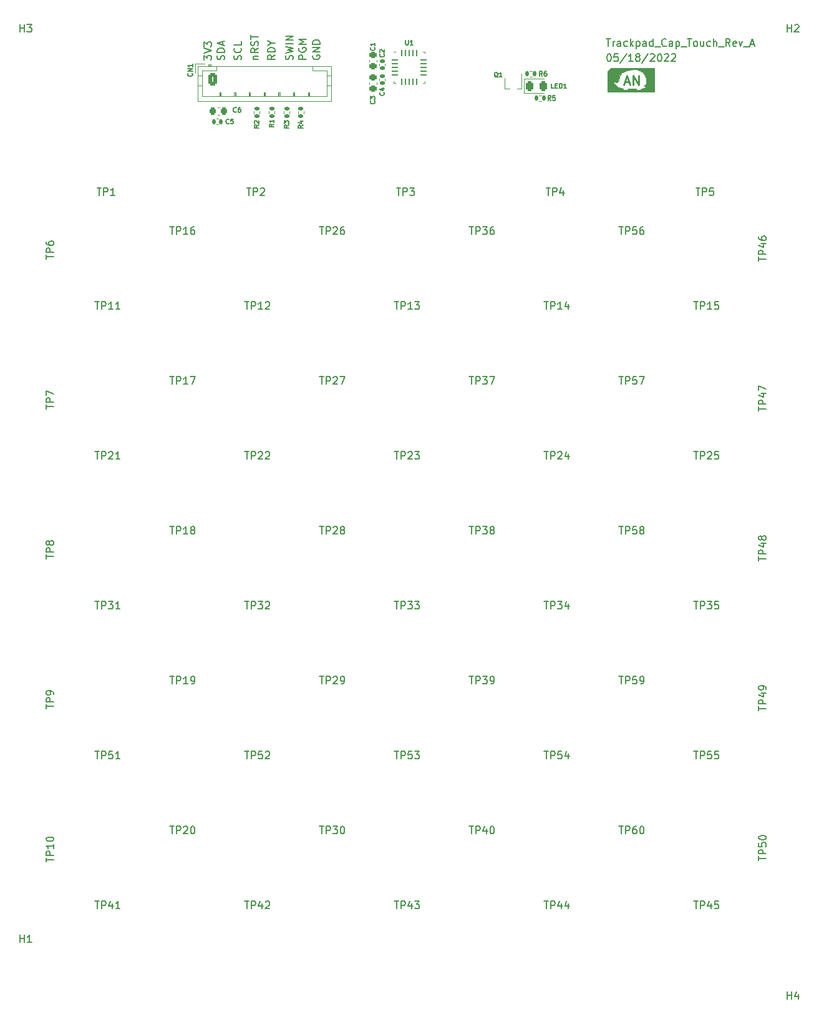
<source format=gto>
G04 #@! TF.GenerationSoftware,KiCad,Pcbnew,(6.0.0)*
G04 #@! TF.CreationDate,2022-05-24T21:35:38-07:00*
G04 #@! TF.ProjectId,capTouch,63617054-6f75-4636-982e-6b696361645f,rev?*
G04 #@! TF.SameCoordinates,Original*
G04 #@! TF.FileFunction,Legend,Top*
G04 #@! TF.FilePolarity,Positive*
%FSLAX46Y46*%
G04 Gerber Fmt 4.6, Leading zero omitted, Abs format (unit mm)*
G04 Created by KiCad (PCBNEW (6.0.0)) date 2022-05-24 21:35:38*
%MOMM*%
%LPD*%
G01*
G04 APERTURE LIST*
G04 Aperture macros list*
%AMRoundRect*
0 Rectangle with rounded corners*
0 $1 Rounding radius*
0 $2 $3 $4 $5 $6 $7 $8 $9 X,Y pos of 4 corners*
0 Add a 4 corners polygon primitive as box body*
4,1,4,$2,$3,$4,$5,$6,$7,$8,$9,$2,$3,0*
0 Add four circle primitives for the rounded corners*
1,1,$1+$1,$2,$3*
1,1,$1+$1,$4,$5*
1,1,$1+$1,$6,$7*
1,1,$1+$1,$8,$9*
0 Add four rect primitives between the rounded corners*
20,1,$1+$1,$2,$3,$4,$5,0*
20,1,$1+$1,$4,$5,$6,$7,0*
20,1,$1+$1,$6,$7,$8,$9,0*
20,1,$1+$1,$8,$9,$2,$3,0*%
%AMFreePoly0*
4,1,17,0.230680,0.111820,0.364318,-0.021819,0.364320,-0.021820,0.364320,-0.021821,0.377501,-0.053640,0.377500,-0.053642,0.377500,-0.080000,0.364320,-0.111820,0.332500,-0.125000,-0.332500,-0.125000,-0.364320,-0.111820,-0.377500,-0.080000,-0.377500,0.080000,-0.364320,0.111820,-0.332500,0.125000,0.198860,0.125000,0.230680,0.111820,0.230680,0.111820,$1*%
%AMFreePoly1*
4,1,17,0.364320,0.111820,0.377500,0.080000,0.377500,0.053642,0.377501,0.053640,0.369779,0.035000,0.364320,0.021820,0.364318,0.021819,0.230680,-0.111820,0.198860,-0.125000,-0.332500,-0.125000,-0.364320,-0.111820,-0.377500,-0.080000,-0.377500,0.080000,-0.364320,0.111820,-0.332500,0.125000,0.332500,0.125000,0.364320,0.111820,0.364320,0.111820,$1*%
%AMFreePoly2*
4,1,17,0.053642,0.377500,0.080000,0.377500,0.111820,0.364320,0.125000,0.332500,0.125000,-0.332500,0.111820,-0.364320,0.080000,-0.377500,-0.080000,-0.377500,-0.111820,-0.364320,-0.125000,-0.332500,-0.125000,0.198860,-0.111820,0.230680,0.021819,0.364318,0.021820,0.364320,0.031140,0.368181,0.053640,0.377501,0.053642,0.377500,0.053642,0.377500,$1*%
%AMFreePoly3*
4,1,17,-0.021820,0.364320,0.111818,0.230681,0.111820,0.230680,0.111820,0.230679,0.125001,0.198860,0.125000,0.198858,0.125000,-0.332500,0.111820,-0.364320,0.080000,-0.377500,-0.080000,-0.377500,-0.111820,-0.364320,-0.125000,-0.332500,-0.125000,0.332500,-0.111820,0.364320,-0.080000,0.377500,-0.053640,0.377500,-0.021820,0.364320,-0.021820,0.364320,$1*%
%AMFreePoly4*
4,1,17,0.364320,0.111820,0.377500,0.080000,0.377500,-0.080000,0.364320,-0.111820,0.332500,-0.125000,-0.198858,-0.125000,-0.198860,-0.125001,-0.221360,-0.115681,-0.230680,-0.111820,-0.230681,-0.111818,-0.364320,0.021820,-0.377500,0.053640,-0.377500,0.080000,-0.364320,0.111820,-0.332500,0.125000,0.332500,0.125000,0.364320,0.111820,0.364320,0.111820,$1*%
%AMFreePoly5*
4,1,17,-0.198858,0.125000,0.332500,0.125000,0.364320,0.111820,0.377500,0.080000,0.377500,-0.080000,0.364320,-0.111820,0.332500,-0.125000,-0.332500,-0.125000,-0.364320,-0.111820,-0.377500,-0.080000,-0.377500,-0.053640,-0.364320,-0.021820,-0.230681,0.111818,-0.230680,0.111820,-0.221360,0.115681,-0.198860,0.125001,-0.198858,0.125000,-0.198858,0.125000,$1*%
%AMFreePoly6*
4,1,17,0.111820,0.364320,0.125000,0.332500,0.125000,-0.198858,0.125001,-0.198860,0.115681,-0.221360,0.111820,-0.230680,0.111818,-0.230681,-0.021820,-0.364320,-0.053640,-0.377500,-0.080000,-0.377500,-0.111820,-0.364320,-0.125000,-0.332500,-0.125000,0.332500,-0.111820,0.364320,-0.080000,0.377500,0.080000,0.377500,0.111820,0.364320,0.111820,0.364320,$1*%
%AMFreePoly7*
4,1,17,0.111820,0.364320,0.125000,0.332500,0.125000,-0.332500,0.111820,-0.364320,0.080000,-0.377500,0.053642,-0.377500,0.053640,-0.377501,0.031140,-0.368181,0.021820,-0.364320,0.021819,-0.364318,-0.111820,-0.230680,-0.125000,-0.198860,-0.125000,0.332500,-0.111820,0.364320,-0.080000,0.377500,0.080000,0.377500,0.111820,0.364320,0.111820,0.364320,$1*%
G04 Aperture macros list end*
%ADD10C,0.150000*%
%ADD11C,0.127000*%
%ADD12C,0.254000*%
%ADD13C,0.120000*%
%ADD14C,0.100000*%
%ADD15RoundRect,0.225000X-0.225000X-0.250000X0.225000X-0.250000X0.225000X0.250000X-0.225000X0.250000X0*%
%ADD16RoundRect,0.225000X-0.250000X0.225000X-0.250000X-0.225000X0.250000X-0.225000X0.250000X0.225000X0*%
%ADD17RoundRect,0.135000X-0.135000X-0.185000X0.135000X-0.185000X0.135000X0.185000X-0.135000X0.185000X0*%
%ADD18RoundRect,0.135000X-0.185000X0.135000X-0.185000X-0.135000X0.185000X-0.135000X0.185000X0.135000X0*%
%ADD19RoundRect,0.250000X-0.350000X-0.625000X0.350000X-0.625000X0.350000X0.625000X-0.350000X0.625000X0*%
%ADD20O,1.200000X1.750000*%
%ADD21RoundRect,0.243750X-0.243750X-0.456250X0.243750X-0.456250X0.243750X0.456250X-0.243750X0.456250X0*%
%ADD22RoundRect,0.140000X0.170000X-0.140000X0.170000X0.140000X-0.170000X0.140000X-0.170000X-0.140000X0*%
%ADD23RoundRect,0.135000X0.185000X-0.135000X0.185000X0.135000X-0.185000X0.135000X-0.185000X-0.135000X0*%
%ADD24RoundRect,0.140000X-0.140000X-0.170000X0.140000X-0.170000X0.140000X0.170000X-0.140000X0.170000X0*%
%ADD25RoundRect,0.135000X0.135000X0.185000X-0.135000X0.185000X-0.135000X-0.185000X0.135000X-0.185000X0*%
%ADD26C,3.200000*%
%ADD27FreePoly0,0.000000*%
%ADD28RoundRect,0.062500X-0.375000X-0.062500X0.375000X-0.062500X0.375000X0.062500X-0.375000X0.062500X0*%
%ADD29FreePoly1,0.000000*%
%ADD30FreePoly2,0.000000*%
%ADD31RoundRect,0.062500X-0.062500X-0.375000X0.062500X-0.375000X0.062500X0.375000X-0.062500X0.375000X0*%
%ADD32FreePoly3,0.000000*%
%ADD33FreePoly4,0.000000*%
%ADD34FreePoly5,0.000000*%
%ADD35FreePoly6,0.000000*%
%ADD36FreePoly7,0.000000*%
%ADD37R,0.450000X0.700000*%
%ADD38RoundRect,0.140000X-0.170000X0.140000X-0.170000X-0.140000X0.170000X-0.140000X0.170000X0.140000X0*%
%ADD39RoundRect,0.225000X0.250000X-0.225000X0.250000X0.225000X-0.250000X0.225000X-0.250000X-0.225000X0*%
G04 APERTURE END LIST*
D10*
X98433000Y-39399595D02*
X98385380Y-39494833D01*
X98385380Y-39637690D01*
X98433000Y-39780547D01*
X98528238Y-39875785D01*
X98623476Y-39923404D01*
X98813952Y-39971023D01*
X98956809Y-39971023D01*
X99147285Y-39923404D01*
X99242523Y-39875785D01*
X99337761Y-39780547D01*
X99385380Y-39637690D01*
X99385380Y-39542452D01*
X99337761Y-39399595D01*
X99290142Y-39351976D01*
X98956809Y-39351976D01*
X98956809Y-39542452D01*
X99385380Y-38923404D02*
X98385380Y-38923404D01*
X99385380Y-38351976D01*
X98385380Y-38351976D01*
X99385380Y-37875785D02*
X98385380Y-37875785D01*
X98385380Y-37637690D01*
X98433000Y-37494833D01*
X98528238Y-37399595D01*
X98623476Y-37351976D01*
X98813952Y-37304357D01*
X98956809Y-37304357D01*
X99147285Y-37351976D01*
X99242523Y-37399595D01*
X99337761Y-37494833D01*
X99385380Y-37637690D01*
X99385380Y-37875785D01*
X93289380Y-39351976D02*
X92813190Y-39685309D01*
X93289380Y-39923404D02*
X92289380Y-39923404D01*
X92289380Y-39542452D01*
X92337000Y-39447214D01*
X92384619Y-39399595D01*
X92479857Y-39351976D01*
X92622714Y-39351976D01*
X92717952Y-39399595D01*
X92765571Y-39447214D01*
X92813190Y-39542452D01*
X92813190Y-39923404D01*
X93289380Y-38923404D02*
X92289380Y-38923404D01*
X92289380Y-38685309D01*
X92337000Y-38542452D01*
X92432238Y-38447214D01*
X92527476Y-38399595D01*
X92717952Y-38351976D01*
X92860809Y-38351976D01*
X93051285Y-38399595D01*
X93146523Y-38447214D01*
X93241761Y-38542452D01*
X93289380Y-38685309D01*
X93289380Y-38923404D01*
X92813190Y-37732928D02*
X93289380Y-37732928D01*
X92289380Y-38066261D02*
X92813190Y-37732928D01*
X92289380Y-37399595D01*
X90336714Y-39923404D02*
X91003380Y-39923404D01*
X90431952Y-39923404D02*
X90384333Y-39875785D01*
X90336714Y-39780547D01*
X90336714Y-39637690D01*
X90384333Y-39542452D01*
X90479571Y-39494833D01*
X91003380Y-39494833D01*
X91003380Y-38447214D02*
X90527190Y-38780547D01*
X91003380Y-39018642D02*
X90003380Y-39018642D01*
X90003380Y-38637690D01*
X90051000Y-38542452D01*
X90098619Y-38494833D01*
X90193857Y-38447214D01*
X90336714Y-38447214D01*
X90431952Y-38494833D01*
X90479571Y-38542452D01*
X90527190Y-38637690D01*
X90527190Y-39018642D01*
X90955761Y-38066261D02*
X91003380Y-37923404D01*
X91003380Y-37685309D01*
X90955761Y-37590071D01*
X90908142Y-37542452D01*
X90812904Y-37494833D01*
X90717666Y-37494833D01*
X90622428Y-37542452D01*
X90574809Y-37590071D01*
X90527190Y-37685309D01*
X90479571Y-37875785D01*
X90431952Y-37971023D01*
X90384333Y-38018642D01*
X90289095Y-38066261D01*
X90193857Y-38066261D01*
X90098619Y-38018642D01*
X90051000Y-37971023D01*
X90003380Y-37875785D01*
X90003380Y-37637690D01*
X90051000Y-37494833D01*
X90003380Y-37209119D02*
X90003380Y-36637690D01*
X91003380Y-36923404D02*
X90003380Y-36923404D01*
X97480380Y-39923404D02*
X96480380Y-39923404D01*
X96480380Y-39542452D01*
X96528000Y-39447214D01*
X96575619Y-39399595D01*
X96670857Y-39351976D01*
X96813714Y-39351976D01*
X96908952Y-39399595D01*
X96956571Y-39447214D01*
X97004190Y-39542452D01*
X97004190Y-39923404D01*
X96528000Y-38399595D02*
X96480380Y-38494833D01*
X96480380Y-38637690D01*
X96528000Y-38780547D01*
X96623238Y-38875785D01*
X96718476Y-38923404D01*
X96908952Y-38971023D01*
X97051809Y-38971023D01*
X97242285Y-38923404D01*
X97337523Y-38875785D01*
X97432761Y-38780547D01*
X97480380Y-38637690D01*
X97480380Y-38542452D01*
X97432761Y-38399595D01*
X97385142Y-38351976D01*
X97051809Y-38351976D01*
X97051809Y-38542452D01*
X97480380Y-37923404D02*
X96480380Y-37923404D01*
X97194666Y-37590071D01*
X96480380Y-37256738D01*
X97480380Y-37256738D01*
X138241738Y-37171380D02*
X138813166Y-37171380D01*
X138527452Y-38171380D02*
X138527452Y-37171380D01*
X139146500Y-38171380D02*
X139146500Y-37504714D01*
X139146500Y-37695190D02*
X139194119Y-37599952D01*
X139241738Y-37552333D01*
X139336976Y-37504714D01*
X139432214Y-37504714D01*
X140194119Y-38171380D02*
X140194119Y-37647571D01*
X140146500Y-37552333D01*
X140051261Y-37504714D01*
X139860785Y-37504714D01*
X139765547Y-37552333D01*
X140194119Y-38123761D02*
X140098880Y-38171380D01*
X139860785Y-38171380D01*
X139765547Y-38123761D01*
X139717928Y-38028523D01*
X139717928Y-37933285D01*
X139765547Y-37838047D01*
X139860785Y-37790428D01*
X140098880Y-37790428D01*
X140194119Y-37742809D01*
X141098880Y-38123761D02*
X141003642Y-38171380D01*
X140813166Y-38171380D01*
X140717928Y-38123761D01*
X140670309Y-38076142D01*
X140622690Y-37980904D01*
X140622690Y-37695190D01*
X140670309Y-37599952D01*
X140717928Y-37552333D01*
X140813166Y-37504714D01*
X141003642Y-37504714D01*
X141098880Y-37552333D01*
X141527452Y-38171380D02*
X141527452Y-37171380D01*
X141622690Y-37790428D02*
X141908404Y-38171380D01*
X141908404Y-37504714D02*
X141527452Y-37885666D01*
X142336976Y-37504714D02*
X142336976Y-38504714D01*
X142336976Y-37552333D02*
X142432214Y-37504714D01*
X142622690Y-37504714D01*
X142717928Y-37552333D01*
X142765547Y-37599952D01*
X142813166Y-37695190D01*
X142813166Y-37980904D01*
X142765547Y-38076142D01*
X142717928Y-38123761D01*
X142622690Y-38171380D01*
X142432214Y-38171380D01*
X142336976Y-38123761D01*
X143670309Y-38171380D02*
X143670309Y-37647571D01*
X143622690Y-37552333D01*
X143527452Y-37504714D01*
X143336976Y-37504714D01*
X143241738Y-37552333D01*
X143670309Y-38123761D02*
X143575071Y-38171380D01*
X143336976Y-38171380D01*
X143241738Y-38123761D01*
X143194119Y-38028523D01*
X143194119Y-37933285D01*
X143241738Y-37838047D01*
X143336976Y-37790428D01*
X143575071Y-37790428D01*
X143670309Y-37742809D01*
X144575071Y-38171380D02*
X144575071Y-37171380D01*
X144575071Y-38123761D02*
X144479833Y-38171380D01*
X144289357Y-38171380D01*
X144194119Y-38123761D01*
X144146500Y-38076142D01*
X144098880Y-37980904D01*
X144098880Y-37695190D01*
X144146500Y-37599952D01*
X144194119Y-37552333D01*
X144289357Y-37504714D01*
X144479833Y-37504714D01*
X144575071Y-37552333D01*
X144813166Y-38266619D02*
X145575071Y-38266619D01*
X146384595Y-38076142D02*
X146336976Y-38123761D01*
X146194119Y-38171380D01*
X146098880Y-38171380D01*
X145956023Y-38123761D01*
X145860785Y-38028523D01*
X145813166Y-37933285D01*
X145765547Y-37742809D01*
X145765547Y-37599952D01*
X145813166Y-37409476D01*
X145860785Y-37314238D01*
X145956023Y-37219000D01*
X146098880Y-37171380D01*
X146194119Y-37171380D01*
X146336976Y-37219000D01*
X146384595Y-37266619D01*
X147241738Y-38171380D02*
X147241738Y-37647571D01*
X147194119Y-37552333D01*
X147098880Y-37504714D01*
X146908404Y-37504714D01*
X146813166Y-37552333D01*
X147241738Y-38123761D02*
X147146500Y-38171380D01*
X146908404Y-38171380D01*
X146813166Y-38123761D01*
X146765547Y-38028523D01*
X146765547Y-37933285D01*
X146813166Y-37838047D01*
X146908404Y-37790428D01*
X147146500Y-37790428D01*
X147241738Y-37742809D01*
X147717928Y-37504714D02*
X147717928Y-38504714D01*
X147717928Y-37552333D02*
X147813166Y-37504714D01*
X148003642Y-37504714D01*
X148098880Y-37552333D01*
X148146500Y-37599952D01*
X148194119Y-37695190D01*
X148194119Y-37980904D01*
X148146500Y-38076142D01*
X148098880Y-38123761D01*
X148003642Y-38171380D01*
X147813166Y-38171380D01*
X147717928Y-38123761D01*
X148384595Y-38266619D02*
X149146500Y-38266619D01*
X149241738Y-37171380D02*
X149813166Y-37171380D01*
X149527452Y-38171380D02*
X149527452Y-37171380D01*
X150289357Y-38171380D02*
X150194119Y-38123761D01*
X150146500Y-38076142D01*
X150098880Y-37980904D01*
X150098880Y-37695190D01*
X150146500Y-37599952D01*
X150194119Y-37552333D01*
X150289357Y-37504714D01*
X150432214Y-37504714D01*
X150527452Y-37552333D01*
X150575071Y-37599952D01*
X150622690Y-37695190D01*
X150622690Y-37980904D01*
X150575071Y-38076142D01*
X150527452Y-38123761D01*
X150432214Y-38171380D01*
X150289357Y-38171380D01*
X151479833Y-37504714D02*
X151479833Y-38171380D01*
X151051261Y-37504714D02*
X151051261Y-38028523D01*
X151098880Y-38123761D01*
X151194119Y-38171380D01*
X151336976Y-38171380D01*
X151432214Y-38123761D01*
X151479833Y-38076142D01*
X152384595Y-38123761D02*
X152289357Y-38171380D01*
X152098880Y-38171380D01*
X152003642Y-38123761D01*
X151956023Y-38076142D01*
X151908404Y-37980904D01*
X151908404Y-37695190D01*
X151956023Y-37599952D01*
X152003642Y-37552333D01*
X152098880Y-37504714D01*
X152289357Y-37504714D01*
X152384595Y-37552333D01*
X152813166Y-38171380D02*
X152813166Y-37171380D01*
X153241738Y-38171380D02*
X153241738Y-37647571D01*
X153194119Y-37552333D01*
X153098880Y-37504714D01*
X152956023Y-37504714D01*
X152860785Y-37552333D01*
X152813166Y-37599952D01*
X153479833Y-38266619D02*
X154241738Y-38266619D01*
X155051261Y-38171380D02*
X154717928Y-37695190D01*
X154479833Y-38171380D02*
X154479833Y-37171380D01*
X154860785Y-37171380D01*
X154956023Y-37219000D01*
X155003642Y-37266619D01*
X155051261Y-37361857D01*
X155051261Y-37504714D01*
X155003642Y-37599952D01*
X154956023Y-37647571D01*
X154860785Y-37695190D01*
X154479833Y-37695190D01*
X155860785Y-38123761D02*
X155765547Y-38171380D01*
X155575071Y-38171380D01*
X155479833Y-38123761D01*
X155432214Y-38028523D01*
X155432214Y-37647571D01*
X155479833Y-37552333D01*
X155575071Y-37504714D01*
X155765547Y-37504714D01*
X155860785Y-37552333D01*
X155908404Y-37647571D01*
X155908404Y-37742809D01*
X155432214Y-37838047D01*
X156241738Y-37504714D02*
X156479833Y-38171380D01*
X156717928Y-37504714D01*
X156860785Y-38266619D02*
X157622690Y-38266619D01*
X157813166Y-37885666D02*
X158289357Y-37885666D01*
X157717928Y-38171380D02*
X158051261Y-37171380D01*
X158384595Y-38171380D01*
X86383761Y-39971023D02*
X86431380Y-39828166D01*
X86431380Y-39590071D01*
X86383761Y-39494833D01*
X86336142Y-39447214D01*
X86240904Y-39399595D01*
X86145666Y-39399595D01*
X86050428Y-39447214D01*
X86002809Y-39494833D01*
X85955190Y-39590071D01*
X85907571Y-39780547D01*
X85859952Y-39875785D01*
X85812333Y-39923404D01*
X85717095Y-39971023D01*
X85621857Y-39971023D01*
X85526619Y-39923404D01*
X85479000Y-39875785D01*
X85431380Y-39780547D01*
X85431380Y-39542452D01*
X85479000Y-39399595D01*
X86431380Y-38971023D02*
X85431380Y-38971023D01*
X85431380Y-38732928D01*
X85479000Y-38590071D01*
X85574238Y-38494833D01*
X85669476Y-38447214D01*
X85859952Y-38399595D01*
X86002809Y-38399595D01*
X86193285Y-38447214D01*
X86288523Y-38494833D01*
X86383761Y-38590071D01*
X86431380Y-38732928D01*
X86431380Y-38971023D01*
X86145666Y-38018642D02*
X86145666Y-37542452D01*
X86431380Y-38113880D02*
X85431380Y-37780547D01*
X86431380Y-37447214D01*
X95654761Y-39971023D02*
X95702380Y-39828166D01*
X95702380Y-39590071D01*
X95654761Y-39494833D01*
X95607142Y-39447214D01*
X95511904Y-39399595D01*
X95416666Y-39399595D01*
X95321428Y-39447214D01*
X95273809Y-39494833D01*
X95226190Y-39590071D01*
X95178571Y-39780547D01*
X95130952Y-39875785D01*
X95083333Y-39923404D01*
X94988095Y-39971023D01*
X94892857Y-39971023D01*
X94797619Y-39923404D01*
X94750000Y-39875785D01*
X94702380Y-39780547D01*
X94702380Y-39542452D01*
X94750000Y-39399595D01*
X94702380Y-39066261D02*
X95702380Y-38828166D01*
X94988095Y-38637690D01*
X95702380Y-38447214D01*
X94702380Y-38209119D01*
X95702380Y-37828166D02*
X94702380Y-37828166D01*
X95702380Y-37351976D02*
X94702380Y-37351976D01*
X95702380Y-36780547D01*
X94702380Y-36780547D01*
X88669761Y-39971023D02*
X88717380Y-39828166D01*
X88717380Y-39590071D01*
X88669761Y-39494833D01*
X88622142Y-39447214D01*
X88526904Y-39399595D01*
X88431666Y-39399595D01*
X88336428Y-39447214D01*
X88288809Y-39494833D01*
X88241190Y-39590071D01*
X88193571Y-39780547D01*
X88145952Y-39875785D01*
X88098333Y-39923404D01*
X88003095Y-39971023D01*
X87907857Y-39971023D01*
X87812619Y-39923404D01*
X87765000Y-39875785D01*
X87717380Y-39780547D01*
X87717380Y-39542452D01*
X87765000Y-39399595D01*
X88622142Y-38399595D02*
X88669761Y-38447214D01*
X88717380Y-38590071D01*
X88717380Y-38685309D01*
X88669761Y-38828166D01*
X88574523Y-38923404D01*
X88479285Y-38971023D01*
X88288809Y-39018642D01*
X88145952Y-39018642D01*
X87955476Y-38971023D01*
X87860238Y-38923404D01*
X87765000Y-38828166D01*
X87717380Y-38685309D01*
X87717380Y-38590071D01*
X87765000Y-38447214D01*
X87812619Y-38399595D01*
X88717380Y-37494833D02*
X88717380Y-37971023D01*
X87717380Y-37971023D01*
X83653380Y-40018642D02*
X83653380Y-39399595D01*
X84034333Y-39732928D01*
X84034333Y-39590071D01*
X84081952Y-39494833D01*
X84129571Y-39447214D01*
X84224809Y-39399595D01*
X84462904Y-39399595D01*
X84558142Y-39447214D01*
X84605761Y-39494833D01*
X84653380Y-39590071D01*
X84653380Y-39875785D01*
X84605761Y-39971023D01*
X84558142Y-40018642D01*
X83653380Y-39113880D02*
X84653380Y-38780547D01*
X83653380Y-38447214D01*
X83653380Y-38209119D02*
X83653380Y-37590071D01*
X84034333Y-37923404D01*
X84034333Y-37780547D01*
X84081952Y-37685309D01*
X84129571Y-37637690D01*
X84224809Y-37590071D01*
X84462904Y-37590071D01*
X84558142Y-37637690D01*
X84605761Y-37685309D01*
X84653380Y-37780547D01*
X84653380Y-38066261D01*
X84605761Y-38161500D01*
X84558142Y-38209119D01*
X138575071Y-39203380D02*
X138670309Y-39203380D01*
X138765547Y-39251000D01*
X138813166Y-39298619D01*
X138860785Y-39393857D01*
X138908404Y-39584333D01*
X138908404Y-39822428D01*
X138860785Y-40012904D01*
X138813166Y-40108142D01*
X138765547Y-40155761D01*
X138670309Y-40203380D01*
X138575071Y-40203380D01*
X138479833Y-40155761D01*
X138432214Y-40108142D01*
X138384595Y-40012904D01*
X138336976Y-39822428D01*
X138336976Y-39584333D01*
X138384595Y-39393857D01*
X138432214Y-39298619D01*
X138479833Y-39251000D01*
X138575071Y-39203380D01*
X139813166Y-39203380D02*
X139336976Y-39203380D01*
X139289357Y-39679571D01*
X139336976Y-39631952D01*
X139432214Y-39584333D01*
X139670309Y-39584333D01*
X139765547Y-39631952D01*
X139813166Y-39679571D01*
X139860785Y-39774809D01*
X139860785Y-40012904D01*
X139813166Y-40108142D01*
X139765547Y-40155761D01*
X139670309Y-40203380D01*
X139432214Y-40203380D01*
X139336976Y-40155761D01*
X139289357Y-40108142D01*
X141003642Y-39155761D02*
X140146500Y-40441476D01*
X141860785Y-40203380D02*
X141289357Y-40203380D01*
X141575071Y-40203380D02*
X141575071Y-39203380D01*
X141479833Y-39346238D01*
X141384595Y-39441476D01*
X141289357Y-39489095D01*
X142432214Y-39631952D02*
X142336976Y-39584333D01*
X142289357Y-39536714D01*
X142241738Y-39441476D01*
X142241738Y-39393857D01*
X142289357Y-39298619D01*
X142336976Y-39251000D01*
X142432214Y-39203380D01*
X142622690Y-39203380D01*
X142717928Y-39251000D01*
X142765547Y-39298619D01*
X142813166Y-39393857D01*
X142813166Y-39441476D01*
X142765547Y-39536714D01*
X142717928Y-39584333D01*
X142622690Y-39631952D01*
X142432214Y-39631952D01*
X142336976Y-39679571D01*
X142289357Y-39727190D01*
X142241738Y-39822428D01*
X142241738Y-40012904D01*
X142289357Y-40108142D01*
X142336976Y-40155761D01*
X142432214Y-40203380D01*
X142622690Y-40203380D01*
X142717928Y-40155761D01*
X142765547Y-40108142D01*
X142813166Y-40012904D01*
X142813166Y-39822428D01*
X142765547Y-39727190D01*
X142717928Y-39679571D01*
X142622690Y-39631952D01*
X143956023Y-39155761D02*
X143098880Y-40441476D01*
X144241738Y-39298619D02*
X144289357Y-39251000D01*
X144384595Y-39203380D01*
X144622690Y-39203380D01*
X144717928Y-39251000D01*
X144765547Y-39298619D01*
X144813166Y-39393857D01*
X144813166Y-39489095D01*
X144765547Y-39631952D01*
X144194119Y-40203380D01*
X144813166Y-40203380D01*
X145432214Y-39203380D02*
X145527452Y-39203380D01*
X145622690Y-39251000D01*
X145670309Y-39298619D01*
X145717928Y-39393857D01*
X145765547Y-39584333D01*
X145765547Y-39822428D01*
X145717928Y-40012904D01*
X145670309Y-40108142D01*
X145622690Y-40155761D01*
X145527452Y-40203380D01*
X145432214Y-40203380D01*
X145336976Y-40155761D01*
X145289357Y-40108142D01*
X145241738Y-40012904D01*
X145194119Y-39822428D01*
X145194119Y-39584333D01*
X145241738Y-39393857D01*
X145289357Y-39298619D01*
X145336976Y-39251000D01*
X145432214Y-39203380D01*
X146146500Y-39298619D02*
X146194119Y-39251000D01*
X146289357Y-39203380D01*
X146527452Y-39203380D01*
X146622690Y-39251000D01*
X146670309Y-39298619D01*
X146717928Y-39393857D01*
X146717928Y-39489095D01*
X146670309Y-39631952D01*
X146098880Y-40203380D01*
X146717928Y-40203380D01*
X147098880Y-39298619D02*
X147146500Y-39251000D01*
X147241738Y-39203380D01*
X147479833Y-39203380D01*
X147575071Y-39251000D01*
X147622690Y-39298619D01*
X147670309Y-39393857D01*
X147670309Y-39489095D01*
X147622690Y-39631952D01*
X147051261Y-40203380D01*
X147670309Y-40203380D01*
X119648504Y-82992980D02*
X120219933Y-82992980D01*
X119934219Y-83992980D02*
X119934219Y-82992980D01*
X120553266Y-83992980D02*
X120553266Y-82992980D01*
X120934219Y-82992980D01*
X121029457Y-83040600D01*
X121077076Y-83088219D01*
X121124695Y-83183457D01*
X121124695Y-83326314D01*
X121077076Y-83421552D01*
X121029457Y-83469171D01*
X120934219Y-83516790D01*
X120553266Y-83516790D01*
X121458028Y-82992980D02*
X122077076Y-82992980D01*
X121743742Y-83373933D01*
X121886600Y-83373933D01*
X121981838Y-83421552D01*
X122029457Y-83469171D01*
X122077076Y-83564409D01*
X122077076Y-83802504D01*
X122029457Y-83897742D01*
X121981838Y-83945361D01*
X121886600Y-83992980D01*
X121600885Y-83992980D01*
X121505647Y-83945361D01*
X121458028Y-83897742D01*
X122410409Y-82992980D02*
X123077076Y-82992980D01*
X122648504Y-83992980D01*
X99328504Y-103312980D02*
X99899933Y-103312980D01*
X99614219Y-104312980D02*
X99614219Y-103312980D01*
X100233266Y-104312980D02*
X100233266Y-103312980D01*
X100614219Y-103312980D01*
X100709457Y-103360600D01*
X100757076Y-103408219D01*
X100804695Y-103503457D01*
X100804695Y-103646314D01*
X100757076Y-103741552D01*
X100709457Y-103789171D01*
X100614219Y-103836790D01*
X100233266Y-103836790D01*
X101185647Y-103408219D02*
X101233266Y-103360600D01*
X101328504Y-103312980D01*
X101566600Y-103312980D01*
X101661838Y-103360600D01*
X101709457Y-103408219D01*
X101757076Y-103503457D01*
X101757076Y-103598695D01*
X101709457Y-103741552D01*
X101138028Y-104312980D01*
X101757076Y-104312980D01*
X102328504Y-103741552D02*
X102233266Y-103693933D01*
X102185647Y-103646314D01*
X102138028Y-103551076D01*
X102138028Y-103503457D01*
X102185647Y-103408219D01*
X102233266Y-103360600D01*
X102328504Y-103312980D01*
X102518980Y-103312980D01*
X102614219Y-103360600D01*
X102661838Y-103408219D01*
X102709457Y-103503457D01*
X102709457Y-103551076D01*
X102661838Y-103646314D01*
X102614219Y-103693933D01*
X102518980Y-103741552D01*
X102328504Y-103741552D01*
X102233266Y-103789171D01*
X102185647Y-103836790D01*
X102138028Y-103932028D01*
X102138028Y-104122504D01*
X102185647Y-104217742D01*
X102233266Y-104265361D01*
X102328504Y-104312980D01*
X102518980Y-104312980D01*
X102614219Y-104265361D01*
X102661838Y-104217742D01*
X102709457Y-104122504D01*
X102709457Y-103932028D01*
X102661838Y-103836790D01*
X102614219Y-103789171D01*
X102518980Y-103741552D01*
X99328504Y-62672980D02*
X99899933Y-62672980D01*
X99614219Y-63672980D02*
X99614219Y-62672980D01*
X100233266Y-63672980D02*
X100233266Y-62672980D01*
X100614219Y-62672980D01*
X100709457Y-62720600D01*
X100757076Y-62768219D01*
X100804695Y-62863457D01*
X100804695Y-63006314D01*
X100757076Y-63101552D01*
X100709457Y-63149171D01*
X100614219Y-63196790D01*
X100233266Y-63196790D01*
X101185647Y-62768219D02*
X101233266Y-62720600D01*
X101328504Y-62672980D01*
X101566600Y-62672980D01*
X101661838Y-62720600D01*
X101709457Y-62768219D01*
X101757076Y-62863457D01*
X101757076Y-62958695D01*
X101709457Y-63101552D01*
X101138028Y-63672980D01*
X101757076Y-63672980D01*
X102614219Y-62672980D02*
X102423742Y-62672980D01*
X102328504Y-62720600D01*
X102280885Y-62768219D01*
X102185647Y-62911076D01*
X102138028Y-63101552D01*
X102138028Y-63482504D01*
X102185647Y-63577742D01*
X102233266Y-63625361D01*
X102328504Y-63672980D01*
X102518980Y-63672980D01*
X102614219Y-63625361D01*
X102661838Y-63577742D01*
X102709457Y-63482504D01*
X102709457Y-63244409D01*
X102661838Y-63149171D01*
X102614219Y-63101552D01*
X102518980Y-63053933D01*
X102328504Y-63053933D01*
X102233266Y-63101552D01*
X102185647Y-63149171D01*
X102138028Y-63244409D01*
X139968504Y-62672980D02*
X140539933Y-62672980D01*
X140254219Y-63672980D02*
X140254219Y-62672980D01*
X140873266Y-63672980D02*
X140873266Y-62672980D01*
X141254219Y-62672980D01*
X141349457Y-62720600D01*
X141397076Y-62768219D01*
X141444695Y-62863457D01*
X141444695Y-63006314D01*
X141397076Y-63101552D01*
X141349457Y-63149171D01*
X141254219Y-63196790D01*
X140873266Y-63196790D01*
X142349457Y-62672980D02*
X141873266Y-62672980D01*
X141825647Y-63149171D01*
X141873266Y-63101552D01*
X141968504Y-63053933D01*
X142206600Y-63053933D01*
X142301838Y-63101552D01*
X142349457Y-63149171D01*
X142397076Y-63244409D01*
X142397076Y-63482504D01*
X142349457Y-63577742D01*
X142301838Y-63625361D01*
X142206600Y-63672980D01*
X141968504Y-63672980D01*
X141873266Y-63625361D01*
X141825647Y-63577742D01*
X143254219Y-62672980D02*
X143063742Y-62672980D01*
X142968504Y-62720600D01*
X142920885Y-62768219D01*
X142825647Y-62911076D01*
X142778028Y-63101552D01*
X142778028Y-63482504D01*
X142825647Y-63577742D01*
X142873266Y-63625361D01*
X142968504Y-63672980D01*
X143158980Y-63672980D01*
X143254219Y-63625361D01*
X143301838Y-63577742D01*
X143349457Y-63482504D01*
X143349457Y-63244409D01*
X143301838Y-63149171D01*
X143254219Y-63101552D01*
X143158980Y-63053933D01*
X142968504Y-63053933D01*
X142873266Y-63101552D01*
X142825647Y-63149171D01*
X142778028Y-63244409D01*
D11*
X88017166Y-47047785D02*
X87986928Y-47078023D01*
X87896214Y-47108261D01*
X87835738Y-47108261D01*
X87745023Y-47078023D01*
X87684547Y-47017547D01*
X87654309Y-46957071D01*
X87624071Y-46836119D01*
X87624071Y-46745404D01*
X87654309Y-46624452D01*
X87684547Y-46563976D01*
X87745023Y-46503500D01*
X87835738Y-46473261D01*
X87896214Y-46473261D01*
X87986928Y-46503500D01*
X88017166Y-46533738D01*
X88561452Y-46473261D02*
X88440500Y-46473261D01*
X88380023Y-46503500D01*
X88349785Y-46533738D01*
X88289309Y-46624452D01*
X88259071Y-46745404D01*
X88259071Y-46987309D01*
X88289309Y-47047785D01*
X88319547Y-47078023D01*
X88380023Y-47108261D01*
X88500976Y-47108261D01*
X88561452Y-47078023D01*
X88591690Y-47047785D01*
X88621928Y-46987309D01*
X88621928Y-46836119D01*
X88591690Y-46775642D01*
X88561452Y-46745404D01*
X88500976Y-46715166D01*
X88380023Y-46715166D01*
X88319547Y-46745404D01*
X88289309Y-46775642D01*
X88259071Y-46836119D01*
D10*
X62215780Y-67022504D02*
X62215780Y-66451076D01*
X63215780Y-66736790D02*
X62215780Y-66736790D01*
X63215780Y-66117742D02*
X62215780Y-66117742D01*
X62215780Y-65736790D01*
X62263400Y-65641552D01*
X62311019Y-65593933D01*
X62406257Y-65546314D01*
X62549114Y-65546314D01*
X62644352Y-65593933D01*
X62691971Y-65641552D01*
X62739590Y-65736790D01*
X62739590Y-66117742D01*
X62215780Y-64689171D02*
X62215780Y-64879647D01*
X62263400Y-64974885D01*
X62311019Y-65022504D01*
X62453876Y-65117742D01*
X62644352Y-65165361D01*
X63025304Y-65165361D01*
X63120542Y-65117742D01*
X63168161Y-65070123D01*
X63215780Y-64974885D01*
X63215780Y-64784409D01*
X63168161Y-64689171D01*
X63120542Y-64641552D01*
X63025304Y-64593933D01*
X62787209Y-64593933D01*
X62691971Y-64641552D01*
X62644352Y-64689171D01*
X62596733Y-64784409D01*
X62596733Y-64974885D01*
X62644352Y-65070123D01*
X62691971Y-65117742D01*
X62787209Y-65165361D01*
D11*
X106779785Y-38332833D02*
X106810023Y-38363071D01*
X106840261Y-38453785D01*
X106840261Y-38514261D01*
X106810023Y-38604976D01*
X106749547Y-38665452D01*
X106689071Y-38695690D01*
X106568119Y-38725928D01*
X106477404Y-38725928D01*
X106356452Y-38695690D01*
X106295976Y-38665452D01*
X106235500Y-38604976D01*
X106205261Y-38514261D01*
X106205261Y-38453785D01*
X106235500Y-38363071D01*
X106265738Y-38332833D01*
X106840261Y-37728071D02*
X106840261Y-38090928D01*
X106840261Y-37909500D02*
X106205261Y-37909500D01*
X106295976Y-37969976D01*
X106356452Y-38030452D01*
X106386690Y-38090928D01*
D10*
X158938980Y-128255495D02*
X158938980Y-127684066D01*
X159938980Y-127969780D02*
X158938980Y-127969780D01*
X159938980Y-127350733D02*
X158938980Y-127350733D01*
X158938980Y-126969780D01*
X158986600Y-126874542D01*
X159034219Y-126826923D01*
X159129457Y-126779304D01*
X159272314Y-126779304D01*
X159367552Y-126826923D01*
X159415171Y-126874542D01*
X159462790Y-126969780D01*
X159462790Y-127350733D01*
X159272314Y-125922161D02*
X159938980Y-125922161D01*
X158891361Y-126160257D02*
X159605647Y-126398352D01*
X159605647Y-125779304D01*
X159938980Y-125350733D02*
X159938980Y-125160257D01*
X159891361Y-125065019D01*
X159843742Y-125017400D01*
X159700885Y-124922161D01*
X159510409Y-124874542D01*
X159129457Y-124874542D01*
X159034219Y-124922161D01*
X158986600Y-124969780D01*
X158938980Y-125065019D01*
X158938980Y-125255495D01*
X158986600Y-125350733D01*
X159034219Y-125398352D01*
X159129457Y-125445971D01*
X159367552Y-125445971D01*
X159462790Y-125398352D01*
X159510409Y-125350733D01*
X159558028Y-125255495D01*
X159558028Y-125065019D01*
X159510409Y-124969780D01*
X159462790Y-124922161D01*
X159367552Y-124874542D01*
D11*
X130704166Y-45499261D02*
X130492500Y-45196880D01*
X130341309Y-45499261D02*
X130341309Y-44864261D01*
X130583214Y-44864261D01*
X130643690Y-44894500D01*
X130673928Y-44924738D01*
X130704166Y-44985214D01*
X130704166Y-45075928D01*
X130673928Y-45136404D01*
X130643690Y-45166642D01*
X130583214Y-45196880D01*
X130341309Y-45196880D01*
X131278690Y-44864261D02*
X130976309Y-44864261D01*
X130946071Y-45166642D01*
X130976309Y-45136404D01*
X131036785Y-45106166D01*
X131187976Y-45106166D01*
X131248452Y-45136404D01*
X131278690Y-45166642D01*
X131308928Y-45227119D01*
X131308928Y-45378309D01*
X131278690Y-45438785D01*
X131248452Y-45469023D01*
X131187976Y-45499261D01*
X131036785Y-45499261D01*
X130976309Y-45469023D01*
X130946071Y-45438785D01*
D10*
X129808504Y-93152980D02*
X130379933Y-93152980D01*
X130094219Y-94152980D02*
X130094219Y-93152980D01*
X130713266Y-94152980D02*
X130713266Y-93152980D01*
X131094219Y-93152980D01*
X131189457Y-93200600D01*
X131237076Y-93248219D01*
X131284695Y-93343457D01*
X131284695Y-93486314D01*
X131237076Y-93581552D01*
X131189457Y-93629171D01*
X131094219Y-93676790D01*
X130713266Y-93676790D01*
X131665647Y-93248219D02*
X131713266Y-93200600D01*
X131808504Y-93152980D01*
X132046600Y-93152980D01*
X132141838Y-93200600D01*
X132189457Y-93248219D01*
X132237076Y-93343457D01*
X132237076Y-93438695D01*
X132189457Y-93581552D01*
X131618028Y-94152980D01*
X132237076Y-94152980D01*
X133094219Y-93486314D02*
X133094219Y-94152980D01*
X132856123Y-93105361D02*
X132618028Y-93819647D01*
X133237076Y-93819647D01*
X150128504Y-72832980D02*
X150699933Y-72832980D01*
X150414219Y-73832980D02*
X150414219Y-72832980D01*
X151033266Y-73832980D02*
X151033266Y-72832980D01*
X151414219Y-72832980D01*
X151509457Y-72880600D01*
X151557076Y-72928219D01*
X151604695Y-73023457D01*
X151604695Y-73166314D01*
X151557076Y-73261552D01*
X151509457Y-73309171D01*
X151414219Y-73356790D01*
X151033266Y-73356790D01*
X152557076Y-73832980D02*
X151985647Y-73832980D01*
X152271361Y-73832980D02*
X152271361Y-72832980D01*
X152176123Y-72975838D01*
X152080885Y-73071076D01*
X151985647Y-73118695D01*
X153461838Y-72832980D02*
X152985647Y-72832980D01*
X152938028Y-73309171D01*
X152985647Y-73261552D01*
X153080885Y-73213933D01*
X153318980Y-73213933D01*
X153414219Y-73261552D01*
X153461838Y-73309171D01*
X153509457Y-73404409D01*
X153509457Y-73642504D01*
X153461838Y-73737742D01*
X153414219Y-73785361D01*
X153318980Y-73832980D01*
X153080885Y-73832980D01*
X152985647Y-73785361D01*
X152938028Y-73737742D01*
X109488504Y-72832980D02*
X110059933Y-72832980D01*
X109774219Y-73832980D02*
X109774219Y-72832980D01*
X110393266Y-73832980D02*
X110393266Y-72832980D01*
X110774219Y-72832980D01*
X110869457Y-72880600D01*
X110917076Y-72928219D01*
X110964695Y-73023457D01*
X110964695Y-73166314D01*
X110917076Y-73261552D01*
X110869457Y-73309171D01*
X110774219Y-73356790D01*
X110393266Y-73356790D01*
X111917076Y-73832980D02*
X111345647Y-73832980D01*
X111631361Y-73832980D02*
X111631361Y-72832980D01*
X111536123Y-72975838D01*
X111440885Y-73071076D01*
X111345647Y-73118695D01*
X112250409Y-72832980D02*
X112869457Y-72832980D01*
X112536123Y-73213933D01*
X112678980Y-73213933D01*
X112774219Y-73261552D01*
X112821838Y-73309171D01*
X112869457Y-73404409D01*
X112869457Y-73642504D01*
X112821838Y-73737742D01*
X112774219Y-73785361D01*
X112678980Y-73832980D01*
X112393266Y-73832980D01*
X112298028Y-73785361D01*
X112250409Y-73737742D01*
D11*
X91092261Y-48873833D02*
X90789880Y-49085500D01*
X91092261Y-49236690D02*
X90457261Y-49236690D01*
X90457261Y-48994785D01*
X90487500Y-48934309D01*
X90517738Y-48904071D01*
X90578214Y-48873833D01*
X90668928Y-48873833D01*
X90729404Y-48904071D01*
X90759642Y-48934309D01*
X90789880Y-48994785D01*
X90789880Y-49236690D01*
X90517738Y-48631928D02*
X90487500Y-48601690D01*
X90457261Y-48541214D01*
X90457261Y-48390023D01*
X90487500Y-48329547D01*
X90517738Y-48299309D01*
X90578214Y-48269071D01*
X90638690Y-48269071D01*
X90729404Y-48299309D01*
X91092261Y-48662166D01*
X91092261Y-48269071D01*
D10*
X139968504Y-143952980D02*
X140539933Y-143952980D01*
X140254219Y-144952980D02*
X140254219Y-143952980D01*
X140873266Y-144952980D02*
X140873266Y-143952980D01*
X141254219Y-143952980D01*
X141349457Y-144000600D01*
X141397076Y-144048219D01*
X141444695Y-144143457D01*
X141444695Y-144286314D01*
X141397076Y-144381552D01*
X141349457Y-144429171D01*
X141254219Y-144476790D01*
X140873266Y-144476790D01*
X142301838Y-143952980D02*
X142111361Y-143952980D01*
X142016123Y-144000600D01*
X141968504Y-144048219D01*
X141873266Y-144191076D01*
X141825647Y-144381552D01*
X141825647Y-144762504D01*
X141873266Y-144857742D01*
X141920885Y-144905361D01*
X142016123Y-144952980D01*
X142206600Y-144952980D01*
X142301838Y-144905361D01*
X142349457Y-144857742D01*
X142397076Y-144762504D01*
X142397076Y-144524409D01*
X142349457Y-144429171D01*
X142301838Y-144381552D01*
X142206600Y-144333933D01*
X142016123Y-144333933D01*
X141920885Y-144381552D01*
X141873266Y-144429171D01*
X141825647Y-144524409D01*
X143016123Y-143952980D02*
X143111361Y-143952980D01*
X143206600Y-144000600D01*
X143254219Y-144048219D01*
X143301838Y-144143457D01*
X143349457Y-144333933D01*
X143349457Y-144572028D01*
X143301838Y-144762504D01*
X143254219Y-144857742D01*
X143206600Y-144905361D01*
X143111361Y-144952980D01*
X143016123Y-144952980D01*
X142920885Y-144905361D01*
X142873266Y-144857742D01*
X142825647Y-144762504D01*
X142778028Y-144572028D01*
X142778028Y-144333933D01*
X142825647Y-144143457D01*
X142873266Y-144048219D01*
X142920885Y-144000600D01*
X143016123Y-143952980D01*
D11*
X82014785Y-41840452D02*
X82045023Y-41870690D01*
X82075261Y-41961404D01*
X82075261Y-42021880D01*
X82045023Y-42112595D01*
X81984547Y-42173071D01*
X81924071Y-42203309D01*
X81803119Y-42233547D01*
X81712404Y-42233547D01*
X81591452Y-42203309D01*
X81530976Y-42173071D01*
X81470500Y-42112595D01*
X81440261Y-42021880D01*
X81440261Y-41961404D01*
X81470500Y-41870690D01*
X81500738Y-41840452D01*
X82075261Y-41568309D02*
X81440261Y-41568309D01*
X82075261Y-41205452D01*
X81440261Y-41205452D01*
X82075261Y-40570452D02*
X82075261Y-40933309D01*
X82075261Y-40751880D02*
X81440261Y-40751880D01*
X81530976Y-40812357D01*
X81591452Y-40872833D01*
X81621690Y-40933309D01*
X131115404Y-43848261D02*
X130813023Y-43848261D01*
X130813023Y-43213261D01*
X131327071Y-43515642D02*
X131538738Y-43515642D01*
X131629452Y-43848261D02*
X131327071Y-43848261D01*
X131327071Y-43213261D01*
X131629452Y-43213261D01*
X131901595Y-43848261D02*
X131901595Y-43213261D01*
X132052785Y-43213261D01*
X132143500Y-43243500D01*
X132203976Y-43303976D01*
X132234214Y-43364452D01*
X132264452Y-43485404D01*
X132264452Y-43576119D01*
X132234214Y-43697071D01*
X132203976Y-43757547D01*
X132143500Y-43818023D01*
X132052785Y-43848261D01*
X131901595Y-43848261D01*
X132869214Y-43848261D02*
X132506357Y-43848261D01*
X132687785Y-43848261D02*
X132687785Y-43213261D01*
X132627309Y-43303976D01*
X132566833Y-43364452D01*
X132506357Y-43394690D01*
X108049785Y-44428833D02*
X108080023Y-44459071D01*
X108110261Y-44549785D01*
X108110261Y-44610261D01*
X108080023Y-44700976D01*
X108019547Y-44761452D01*
X107959071Y-44791690D01*
X107838119Y-44821928D01*
X107747404Y-44821928D01*
X107626452Y-44791690D01*
X107565976Y-44761452D01*
X107505500Y-44700976D01*
X107475261Y-44610261D01*
X107475261Y-44549785D01*
X107505500Y-44459071D01*
X107535738Y-44428833D01*
X107686928Y-43884547D02*
X108110261Y-43884547D01*
X107445023Y-44035738D02*
X107898595Y-44186928D01*
X107898595Y-43793833D01*
D10*
X119648504Y-123632980D02*
X120219933Y-123632980D01*
X119934219Y-124632980D02*
X119934219Y-123632980D01*
X120553266Y-124632980D02*
X120553266Y-123632980D01*
X120934219Y-123632980D01*
X121029457Y-123680600D01*
X121077076Y-123728219D01*
X121124695Y-123823457D01*
X121124695Y-123966314D01*
X121077076Y-124061552D01*
X121029457Y-124109171D01*
X120934219Y-124156790D01*
X120553266Y-124156790D01*
X121458028Y-123632980D02*
X122077076Y-123632980D01*
X121743742Y-124013933D01*
X121886600Y-124013933D01*
X121981838Y-124061552D01*
X122029457Y-124109171D01*
X122077076Y-124204409D01*
X122077076Y-124442504D01*
X122029457Y-124537742D01*
X121981838Y-124585361D01*
X121886600Y-124632980D01*
X121600885Y-124632980D01*
X121505647Y-124585361D01*
X121458028Y-124537742D01*
X122553266Y-124632980D02*
X122743742Y-124632980D01*
X122838980Y-124585361D01*
X122886600Y-124537742D01*
X122981838Y-124394885D01*
X123029457Y-124204409D01*
X123029457Y-123823457D01*
X122981838Y-123728219D01*
X122934219Y-123680600D01*
X122838980Y-123632980D01*
X122648504Y-123632980D01*
X122553266Y-123680600D01*
X122505647Y-123728219D01*
X122458028Y-123823457D01*
X122458028Y-124061552D01*
X122505647Y-124156790D01*
X122553266Y-124204409D01*
X122648504Y-124252028D01*
X122838980Y-124252028D01*
X122934219Y-124204409D01*
X122981838Y-124156790D01*
X123029457Y-124061552D01*
X129808504Y-154112980D02*
X130379933Y-154112980D01*
X130094219Y-155112980D02*
X130094219Y-154112980D01*
X130713266Y-155112980D02*
X130713266Y-154112980D01*
X131094219Y-154112980D01*
X131189457Y-154160600D01*
X131237076Y-154208219D01*
X131284695Y-154303457D01*
X131284695Y-154446314D01*
X131237076Y-154541552D01*
X131189457Y-154589171D01*
X131094219Y-154636790D01*
X130713266Y-154636790D01*
X132141838Y-154446314D02*
X132141838Y-155112980D01*
X131903742Y-154065361D02*
X131665647Y-154779647D01*
X132284695Y-154779647D01*
X133094219Y-154446314D02*
X133094219Y-155112980D01*
X132856123Y-154065361D02*
X132618028Y-154779647D01*
X133237076Y-154779647D01*
X79008504Y-82992980D02*
X79579933Y-82992980D01*
X79294219Y-83992980D02*
X79294219Y-82992980D01*
X79913266Y-83992980D02*
X79913266Y-82992980D01*
X80294219Y-82992980D01*
X80389457Y-83040600D01*
X80437076Y-83088219D01*
X80484695Y-83183457D01*
X80484695Y-83326314D01*
X80437076Y-83421552D01*
X80389457Y-83469171D01*
X80294219Y-83516790D01*
X79913266Y-83516790D01*
X81437076Y-83992980D02*
X80865647Y-83992980D01*
X81151361Y-83992980D02*
X81151361Y-82992980D01*
X81056123Y-83135838D01*
X80960885Y-83231076D01*
X80865647Y-83278695D01*
X81770409Y-82992980D02*
X82437076Y-82992980D01*
X82008504Y-83992980D01*
D12*
X140764380Y-43010666D02*
X141369142Y-43010666D01*
X140643428Y-43373523D02*
X141066761Y-42103523D01*
X141490095Y-43373523D01*
X141913428Y-43373523D02*
X141913428Y-42103523D01*
X142639142Y-43373523D01*
X142639142Y-42103523D01*
D11*
X97061261Y-48873833D02*
X96758880Y-49085500D01*
X97061261Y-49236690D02*
X96426261Y-49236690D01*
X96426261Y-48994785D01*
X96456500Y-48934309D01*
X96486738Y-48904071D01*
X96547214Y-48873833D01*
X96637928Y-48873833D01*
X96698404Y-48904071D01*
X96728642Y-48934309D01*
X96758880Y-48994785D01*
X96758880Y-49236690D01*
X96637928Y-48329547D02*
X97061261Y-48329547D01*
X96396023Y-48480738D02*
X96849595Y-48631928D01*
X96849595Y-48238833D01*
D10*
X89168504Y-154112980D02*
X89739933Y-154112980D01*
X89454219Y-155112980D02*
X89454219Y-154112980D01*
X90073266Y-155112980D02*
X90073266Y-154112980D01*
X90454219Y-154112980D01*
X90549457Y-154160600D01*
X90597076Y-154208219D01*
X90644695Y-154303457D01*
X90644695Y-154446314D01*
X90597076Y-154541552D01*
X90549457Y-154589171D01*
X90454219Y-154636790D01*
X90073266Y-154636790D01*
X91501838Y-154446314D02*
X91501838Y-155112980D01*
X91263742Y-154065361D02*
X91025647Y-154779647D01*
X91644695Y-154779647D01*
X91978028Y-154208219D02*
X92025647Y-154160600D01*
X92120885Y-154112980D01*
X92358980Y-154112980D01*
X92454219Y-154160600D01*
X92501838Y-154208219D01*
X92549457Y-154303457D01*
X92549457Y-154398695D01*
X92501838Y-154541552D01*
X91930409Y-155112980D01*
X92549457Y-155112980D01*
X150128504Y-154112980D02*
X150699933Y-154112980D01*
X150414219Y-155112980D02*
X150414219Y-154112980D01*
X151033266Y-155112980D02*
X151033266Y-154112980D01*
X151414219Y-154112980D01*
X151509457Y-154160600D01*
X151557076Y-154208219D01*
X151604695Y-154303457D01*
X151604695Y-154446314D01*
X151557076Y-154541552D01*
X151509457Y-154589171D01*
X151414219Y-154636790D01*
X151033266Y-154636790D01*
X152461838Y-154446314D02*
X152461838Y-155112980D01*
X152223742Y-154065361D02*
X151985647Y-154779647D01*
X152604695Y-154779647D01*
X153461838Y-154112980D02*
X152985647Y-154112980D01*
X152938028Y-154589171D01*
X152985647Y-154541552D01*
X153080885Y-154493933D01*
X153318980Y-154493933D01*
X153414219Y-154541552D01*
X153461838Y-154589171D01*
X153509457Y-154684409D01*
X153509457Y-154922504D01*
X153461838Y-155017742D01*
X153414219Y-155065361D01*
X153318980Y-155112980D01*
X153080885Y-155112980D01*
X152985647Y-155065361D01*
X152938028Y-155017742D01*
X150401495Y-57389780D02*
X150972923Y-57389780D01*
X150687209Y-58389780D02*
X150687209Y-57389780D01*
X151306257Y-58389780D02*
X151306257Y-57389780D01*
X151687209Y-57389780D01*
X151782447Y-57437400D01*
X151830066Y-57485019D01*
X151877685Y-57580257D01*
X151877685Y-57723114D01*
X151830066Y-57818352D01*
X151782447Y-57865971D01*
X151687209Y-57913590D01*
X151306257Y-57913590D01*
X152782447Y-57389780D02*
X152306257Y-57389780D01*
X152258638Y-57865971D01*
X152306257Y-57818352D01*
X152401495Y-57770733D01*
X152639590Y-57770733D01*
X152734828Y-57818352D01*
X152782447Y-57865971D01*
X152830066Y-57961209D01*
X152830066Y-58199304D01*
X152782447Y-58294542D01*
X152734828Y-58342161D01*
X152639590Y-58389780D01*
X152401495Y-58389780D01*
X152306257Y-58342161D01*
X152258638Y-58294542D01*
D11*
X87016166Y-48613785D02*
X86985928Y-48644023D01*
X86895214Y-48674261D01*
X86834738Y-48674261D01*
X86744023Y-48644023D01*
X86683547Y-48583547D01*
X86653309Y-48523071D01*
X86623071Y-48402119D01*
X86623071Y-48311404D01*
X86653309Y-48190452D01*
X86683547Y-48129976D01*
X86744023Y-48069500D01*
X86834738Y-48039261D01*
X86895214Y-48039261D01*
X86985928Y-48069500D01*
X87016166Y-48099738D01*
X87590690Y-48039261D02*
X87288309Y-48039261D01*
X87258071Y-48341642D01*
X87288309Y-48311404D01*
X87348785Y-48281166D01*
X87499976Y-48281166D01*
X87560452Y-48311404D01*
X87590690Y-48341642D01*
X87620928Y-48402119D01*
X87620928Y-48553309D01*
X87590690Y-48613785D01*
X87560452Y-48644023D01*
X87499976Y-48674261D01*
X87348785Y-48674261D01*
X87288309Y-48644023D01*
X87258071Y-48613785D01*
D10*
X129808504Y-113472980D02*
X130379933Y-113472980D01*
X130094219Y-114472980D02*
X130094219Y-113472980D01*
X130713266Y-114472980D02*
X130713266Y-113472980D01*
X131094219Y-113472980D01*
X131189457Y-113520600D01*
X131237076Y-113568219D01*
X131284695Y-113663457D01*
X131284695Y-113806314D01*
X131237076Y-113901552D01*
X131189457Y-113949171D01*
X131094219Y-113996790D01*
X130713266Y-113996790D01*
X131618028Y-113472980D02*
X132237076Y-113472980D01*
X131903742Y-113853933D01*
X132046600Y-113853933D01*
X132141838Y-113901552D01*
X132189457Y-113949171D01*
X132237076Y-114044409D01*
X132237076Y-114282504D01*
X132189457Y-114377742D01*
X132141838Y-114425361D01*
X132046600Y-114472980D01*
X131760885Y-114472980D01*
X131665647Y-114425361D01*
X131618028Y-114377742D01*
X133094219Y-113806314D02*
X133094219Y-114472980D01*
X132856123Y-113425361D02*
X132618028Y-114139647D01*
X133237076Y-114139647D01*
X139968504Y-103312980D02*
X140539933Y-103312980D01*
X140254219Y-104312980D02*
X140254219Y-103312980D01*
X140873266Y-104312980D02*
X140873266Y-103312980D01*
X141254219Y-103312980D01*
X141349457Y-103360600D01*
X141397076Y-103408219D01*
X141444695Y-103503457D01*
X141444695Y-103646314D01*
X141397076Y-103741552D01*
X141349457Y-103789171D01*
X141254219Y-103836790D01*
X140873266Y-103836790D01*
X142349457Y-103312980D02*
X141873266Y-103312980D01*
X141825647Y-103789171D01*
X141873266Y-103741552D01*
X141968504Y-103693933D01*
X142206600Y-103693933D01*
X142301838Y-103741552D01*
X142349457Y-103789171D01*
X142397076Y-103884409D01*
X142397076Y-104122504D01*
X142349457Y-104217742D01*
X142301838Y-104265361D01*
X142206600Y-104312980D01*
X141968504Y-104312980D01*
X141873266Y-104265361D01*
X141825647Y-104217742D01*
X142968504Y-103741552D02*
X142873266Y-103693933D01*
X142825647Y-103646314D01*
X142778028Y-103551076D01*
X142778028Y-103503457D01*
X142825647Y-103408219D01*
X142873266Y-103360600D01*
X142968504Y-103312980D01*
X143158980Y-103312980D01*
X143254219Y-103360600D01*
X143301838Y-103408219D01*
X143349457Y-103503457D01*
X143349457Y-103551076D01*
X143301838Y-103646314D01*
X143254219Y-103693933D01*
X143158980Y-103741552D01*
X142968504Y-103741552D01*
X142873266Y-103789171D01*
X142825647Y-103836790D01*
X142778028Y-103932028D01*
X142778028Y-104122504D01*
X142825647Y-104217742D01*
X142873266Y-104265361D01*
X142968504Y-104312980D01*
X143158980Y-104312980D01*
X143254219Y-104265361D01*
X143301838Y-104217742D01*
X143349457Y-104122504D01*
X143349457Y-103932028D01*
X143301838Y-103836790D01*
X143254219Y-103789171D01*
X143158980Y-103741552D01*
X79008504Y-143952980D02*
X79579933Y-143952980D01*
X79294219Y-144952980D02*
X79294219Y-143952980D01*
X79913266Y-144952980D02*
X79913266Y-143952980D01*
X80294219Y-143952980D01*
X80389457Y-144000600D01*
X80437076Y-144048219D01*
X80484695Y-144143457D01*
X80484695Y-144286314D01*
X80437076Y-144381552D01*
X80389457Y-144429171D01*
X80294219Y-144476790D01*
X79913266Y-144476790D01*
X80865647Y-144048219D02*
X80913266Y-144000600D01*
X81008504Y-143952980D01*
X81246600Y-143952980D01*
X81341838Y-144000600D01*
X81389457Y-144048219D01*
X81437076Y-144143457D01*
X81437076Y-144238695D01*
X81389457Y-144381552D01*
X80818028Y-144952980D01*
X81437076Y-144952980D01*
X82056123Y-143952980D02*
X82151361Y-143952980D01*
X82246600Y-144000600D01*
X82294219Y-144048219D01*
X82341838Y-144143457D01*
X82389457Y-144333933D01*
X82389457Y-144572028D01*
X82341838Y-144762504D01*
X82294219Y-144857742D01*
X82246600Y-144905361D01*
X82151361Y-144952980D01*
X82056123Y-144952980D01*
X81960885Y-144905361D01*
X81913266Y-144857742D01*
X81865647Y-144762504D01*
X81818028Y-144572028D01*
X81818028Y-144333933D01*
X81865647Y-144143457D01*
X81913266Y-144048219D01*
X81960885Y-144000600D01*
X82056123Y-143952980D01*
X89168504Y-133792980D02*
X89739933Y-133792980D01*
X89454219Y-134792980D02*
X89454219Y-133792980D01*
X90073266Y-134792980D02*
X90073266Y-133792980D01*
X90454219Y-133792980D01*
X90549457Y-133840600D01*
X90597076Y-133888219D01*
X90644695Y-133983457D01*
X90644695Y-134126314D01*
X90597076Y-134221552D01*
X90549457Y-134269171D01*
X90454219Y-134316790D01*
X90073266Y-134316790D01*
X91549457Y-133792980D02*
X91073266Y-133792980D01*
X91025647Y-134269171D01*
X91073266Y-134221552D01*
X91168504Y-134173933D01*
X91406600Y-134173933D01*
X91501838Y-134221552D01*
X91549457Y-134269171D01*
X91597076Y-134364409D01*
X91597076Y-134602504D01*
X91549457Y-134697742D01*
X91501838Y-134745361D01*
X91406600Y-134792980D01*
X91168504Y-134792980D01*
X91073266Y-134745361D01*
X91025647Y-134697742D01*
X91978028Y-133888219D02*
X92025647Y-133840600D01*
X92120885Y-133792980D01*
X92358980Y-133792980D01*
X92454219Y-133840600D01*
X92501838Y-133888219D01*
X92549457Y-133983457D01*
X92549457Y-134078695D01*
X92501838Y-134221552D01*
X91930409Y-134792980D01*
X92549457Y-134792980D01*
X129808504Y-72832980D02*
X130379933Y-72832980D01*
X130094219Y-73832980D02*
X130094219Y-72832980D01*
X130713266Y-73832980D02*
X130713266Y-72832980D01*
X131094219Y-72832980D01*
X131189457Y-72880600D01*
X131237076Y-72928219D01*
X131284695Y-73023457D01*
X131284695Y-73166314D01*
X131237076Y-73261552D01*
X131189457Y-73309171D01*
X131094219Y-73356790D01*
X130713266Y-73356790D01*
X132237076Y-73832980D02*
X131665647Y-73832980D01*
X131951361Y-73832980D02*
X131951361Y-72832980D01*
X131856123Y-72975838D01*
X131760885Y-73071076D01*
X131665647Y-73118695D01*
X133094219Y-73166314D02*
X133094219Y-73832980D01*
X132856123Y-72785361D02*
X132618028Y-73499647D01*
X133237076Y-73499647D01*
X150128504Y-113472980D02*
X150699933Y-113472980D01*
X150414219Y-114472980D02*
X150414219Y-113472980D01*
X151033266Y-114472980D02*
X151033266Y-113472980D01*
X151414219Y-113472980D01*
X151509457Y-113520600D01*
X151557076Y-113568219D01*
X151604695Y-113663457D01*
X151604695Y-113806314D01*
X151557076Y-113901552D01*
X151509457Y-113949171D01*
X151414219Y-113996790D01*
X151033266Y-113996790D01*
X151938028Y-113472980D02*
X152557076Y-113472980D01*
X152223742Y-113853933D01*
X152366600Y-113853933D01*
X152461838Y-113901552D01*
X152509457Y-113949171D01*
X152557076Y-114044409D01*
X152557076Y-114282504D01*
X152509457Y-114377742D01*
X152461838Y-114425361D01*
X152366600Y-114472980D01*
X152080885Y-114472980D01*
X151985647Y-114425361D01*
X151938028Y-114377742D01*
X153461838Y-113472980D02*
X152985647Y-113472980D01*
X152938028Y-113949171D01*
X152985647Y-113901552D01*
X153080885Y-113853933D01*
X153318980Y-113853933D01*
X153414219Y-113901552D01*
X153461838Y-113949171D01*
X153509457Y-114044409D01*
X153509457Y-114282504D01*
X153461838Y-114377742D01*
X153414219Y-114425361D01*
X153318980Y-114472980D01*
X153080885Y-114472980D01*
X152985647Y-114425361D01*
X152938028Y-114377742D01*
X150128504Y-133792980D02*
X150699933Y-133792980D01*
X150414219Y-134792980D02*
X150414219Y-133792980D01*
X151033266Y-134792980D02*
X151033266Y-133792980D01*
X151414219Y-133792980D01*
X151509457Y-133840600D01*
X151557076Y-133888219D01*
X151604695Y-133983457D01*
X151604695Y-134126314D01*
X151557076Y-134221552D01*
X151509457Y-134269171D01*
X151414219Y-134316790D01*
X151033266Y-134316790D01*
X152509457Y-133792980D02*
X152033266Y-133792980D01*
X151985647Y-134269171D01*
X152033266Y-134221552D01*
X152128504Y-134173933D01*
X152366600Y-134173933D01*
X152461838Y-134221552D01*
X152509457Y-134269171D01*
X152557076Y-134364409D01*
X152557076Y-134602504D01*
X152509457Y-134697742D01*
X152461838Y-134745361D01*
X152366600Y-134792980D01*
X152128504Y-134792980D01*
X152033266Y-134745361D01*
X151985647Y-134697742D01*
X153461838Y-133792980D02*
X152985647Y-133792980D01*
X152938028Y-134269171D01*
X152985647Y-134221552D01*
X153080885Y-134173933D01*
X153318980Y-134173933D01*
X153414219Y-134221552D01*
X153461838Y-134269171D01*
X153509457Y-134364409D01*
X153509457Y-134602504D01*
X153461838Y-134697742D01*
X153414219Y-134745361D01*
X153318980Y-134792980D01*
X153080885Y-134792980D01*
X152985647Y-134745361D01*
X152938028Y-134697742D01*
X139968504Y-82992980D02*
X140539933Y-82992980D01*
X140254219Y-83992980D02*
X140254219Y-82992980D01*
X140873266Y-83992980D02*
X140873266Y-82992980D01*
X141254219Y-82992980D01*
X141349457Y-83040600D01*
X141397076Y-83088219D01*
X141444695Y-83183457D01*
X141444695Y-83326314D01*
X141397076Y-83421552D01*
X141349457Y-83469171D01*
X141254219Y-83516790D01*
X140873266Y-83516790D01*
X142349457Y-82992980D02*
X141873266Y-82992980D01*
X141825647Y-83469171D01*
X141873266Y-83421552D01*
X141968504Y-83373933D01*
X142206600Y-83373933D01*
X142301838Y-83421552D01*
X142349457Y-83469171D01*
X142397076Y-83564409D01*
X142397076Y-83802504D01*
X142349457Y-83897742D01*
X142301838Y-83945361D01*
X142206600Y-83992980D01*
X141968504Y-83992980D01*
X141873266Y-83945361D01*
X141825647Y-83897742D01*
X142730409Y-82992980D02*
X143397076Y-82992980D01*
X142968504Y-83992980D01*
D11*
X129561166Y-42197261D02*
X129349500Y-41894880D01*
X129198309Y-42197261D02*
X129198309Y-41562261D01*
X129440214Y-41562261D01*
X129500690Y-41592500D01*
X129530928Y-41622738D01*
X129561166Y-41683214D01*
X129561166Y-41773928D01*
X129530928Y-41834404D01*
X129500690Y-41864642D01*
X129440214Y-41894880D01*
X129198309Y-41894880D01*
X130105452Y-41562261D02*
X129984500Y-41562261D01*
X129924023Y-41592500D01*
X129893785Y-41622738D01*
X129833309Y-41713452D01*
X129803071Y-41834404D01*
X129803071Y-42076309D01*
X129833309Y-42136785D01*
X129863547Y-42167023D01*
X129924023Y-42197261D01*
X130044976Y-42197261D01*
X130105452Y-42167023D01*
X130135690Y-42136785D01*
X130165928Y-42076309D01*
X130165928Y-41925119D01*
X130135690Y-41864642D01*
X130105452Y-41834404D01*
X130044976Y-41804166D01*
X129924023Y-41804166D01*
X129863547Y-41834404D01*
X129833309Y-41864642D01*
X129803071Y-41925119D01*
D10*
X162814095Y-36226380D02*
X162814095Y-35226380D01*
X162814095Y-35702571D02*
X163385523Y-35702571D01*
X163385523Y-36226380D02*
X163385523Y-35226380D01*
X163814095Y-35321619D02*
X163861714Y-35274000D01*
X163956952Y-35226380D01*
X164195047Y-35226380D01*
X164290285Y-35274000D01*
X164337904Y-35321619D01*
X164385523Y-35416857D01*
X164385523Y-35512095D01*
X164337904Y-35654952D01*
X163766476Y-36226380D01*
X164385523Y-36226380D01*
X79008504Y-103312980D02*
X79579933Y-103312980D01*
X79294219Y-104312980D02*
X79294219Y-103312980D01*
X79913266Y-104312980D02*
X79913266Y-103312980D01*
X80294219Y-103312980D01*
X80389457Y-103360600D01*
X80437076Y-103408219D01*
X80484695Y-103503457D01*
X80484695Y-103646314D01*
X80437076Y-103741552D01*
X80389457Y-103789171D01*
X80294219Y-103836790D01*
X79913266Y-103836790D01*
X81437076Y-104312980D02*
X80865647Y-104312980D01*
X81151361Y-104312980D02*
X81151361Y-103312980D01*
X81056123Y-103455838D01*
X80960885Y-103551076D01*
X80865647Y-103598695D01*
X82008504Y-103741552D02*
X81913266Y-103693933D01*
X81865647Y-103646314D01*
X81818028Y-103551076D01*
X81818028Y-103503457D01*
X81865647Y-103408219D01*
X81913266Y-103360600D01*
X82008504Y-103312980D01*
X82198980Y-103312980D01*
X82294219Y-103360600D01*
X82341838Y-103408219D01*
X82389457Y-103503457D01*
X82389457Y-103551076D01*
X82341838Y-103646314D01*
X82294219Y-103693933D01*
X82198980Y-103741552D01*
X82008504Y-103741552D01*
X81913266Y-103789171D01*
X81865647Y-103836790D01*
X81818028Y-103932028D01*
X81818028Y-104122504D01*
X81865647Y-104217742D01*
X81913266Y-104265361D01*
X82008504Y-104312980D01*
X82198980Y-104312980D01*
X82294219Y-104265361D01*
X82341838Y-104217742D01*
X82389457Y-104122504D01*
X82389457Y-103932028D01*
X82341838Y-103836790D01*
X82294219Y-103789171D01*
X82198980Y-103741552D01*
X129808504Y-133792980D02*
X130379933Y-133792980D01*
X130094219Y-134792980D02*
X130094219Y-133792980D01*
X130713266Y-134792980D02*
X130713266Y-133792980D01*
X131094219Y-133792980D01*
X131189457Y-133840600D01*
X131237076Y-133888219D01*
X131284695Y-133983457D01*
X131284695Y-134126314D01*
X131237076Y-134221552D01*
X131189457Y-134269171D01*
X131094219Y-134316790D01*
X130713266Y-134316790D01*
X132189457Y-133792980D02*
X131713266Y-133792980D01*
X131665647Y-134269171D01*
X131713266Y-134221552D01*
X131808504Y-134173933D01*
X132046600Y-134173933D01*
X132141838Y-134221552D01*
X132189457Y-134269171D01*
X132237076Y-134364409D01*
X132237076Y-134602504D01*
X132189457Y-134697742D01*
X132141838Y-134745361D01*
X132046600Y-134792980D01*
X131808504Y-134792980D01*
X131713266Y-134745361D01*
X131665647Y-134697742D01*
X133094219Y-134126314D02*
X133094219Y-134792980D01*
X132856123Y-133745361D02*
X132618028Y-134459647D01*
X133237076Y-134459647D01*
X58674095Y-159670380D02*
X58674095Y-158670380D01*
X58674095Y-159146571D02*
X59245523Y-159146571D01*
X59245523Y-159670380D02*
X59245523Y-158670380D01*
X60245523Y-159670380D02*
X59674095Y-159670380D01*
X59959809Y-159670380D02*
X59959809Y-158670380D01*
X59864571Y-158813238D01*
X59769333Y-158908476D01*
X59674095Y-158956095D01*
X158938980Y-87615495D02*
X158938980Y-87044066D01*
X159938980Y-87329780D02*
X158938980Y-87329780D01*
X159938980Y-86710733D02*
X158938980Y-86710733D01*
X158938980Y-86329780D01*
X158986600Y-86234542D01*
X159034219Y-86186923D01*
X159129457Y-86139304D01*
X159272314Y-86139304D01*
X159367552Y-86186923D01*
X159415171Y-86234542D01*
X159462790Y-86329780D01*
X159462790Y-86710733D01*
X159272314Y-85282161D02*
X159938980Y-85282161D01*
X158891361Y-85520257D02*
X159605647Y-85758352D01*
X159605647Y-85139304D01*
X158938980Y-84853590D02*
X158938980Y-84186923D01*
X159938980Y-84615495D01*
D11*
X95156261Y-48873833D02*
X94853880Y-49085500D01*
X95156261Y-49236690D02*
X94521261Y-49236690D01*
X94521261Y-48994785D01*
X94551500Y-48934309D01*
X94581738Y-48904071D01*
X94642214Y-48873833D01*
X94732928Y-48873833D01*
X94793404Y-48904071D01*
X94823642Y-48934309D01*
X94853880Y-48994785D01*
X94853880Y-49236690D01*
X94521261Y-48662166D02*
X94521261Y-48269071D01*
X94763166Y-48480738D01*
X94763166Y-48390023D01*
X94793404Y-48329547D01*
X94823642Y-48299309D01*
X94884119Y-48269071D01*
X95035309Y-48269071D01*
X95095785Y-48299309D01*
X95126023Y-48329547D01*
X95156261Y-48390023D01*
X95156261Y-48571452D01*
X95126023Y-48631928D01*
X95095785Y-48662166D01*
D10*
X99328504Y-123632980D02*
X99899933Y-123632980D01*
X99614219Y-124632980D02*
X99614219Y-123632980D01*
X100233266Y-124632980D02*
X100233266Y-123632980D01*
X100614219Y-123632980D01*
X100709457Y-123680600D01*
X100757076Y-123728219D01*
X100804695Y-123823457D01*
X100804695Y-123966314D01*
X100757076Y-124061552D01*
X100709457Y-124109171D01*
X100614219Y-124156790D01*
X100233266Y-124156790D01*
X101185647Y-123728219D02*
X101233266Y-123680600D01*
X101328504Y-123632980D01*
X101566600Y-123632980D01*
X101661838Y-123680600D01*
X101709457Y-123728219D01*
X101757076Y-123823457D01*
X101757076Y-123918695D01*
X101709457Y-124061552D01*
X101138028Y-124632980D01*
X101757076Y-124632980D01*
X102233266Y-124632980D02*
X102423742Y-124632980D01*
X102518980Y-124585361D01*
X102566600Y-124537742D01*
X102661838Y-124394885D01*
X102709457Y-124204409D01*
X102709457Y-123823457D01*
X102661838Y-123728219D01*
X102614219Y-123680600D01*
X102518980Y-123632980D01*
X102328504Y-123632980D01*
X102233266Y-123680600D01*
X102185647Y-123728219D01*
X102138028Y-123823457D01*
X102138028Y-124061552D01*
X102185647Y-124156790D01*
X102233266Y-124204409D01*
X102328504Y-124252028D01*
X102518980Y-124252028D01*
X102614219Y-124204409D01*
X102661838Y-124156790D01*
X102709457Y-124061552D01*
X109488504Y-93152980D02*
X110059933Y-93152980D01*
X109774219Y-94152980D02*
X109774219Y-93152980D01*
X110393266Y-94152980D02*
X110393266Y-93152980D01*
X110774219Y-93152980D01*
X110869457Y-93200600D01*
X110917076Y-93248219D01*
X110964695Y-93343457D01*
X110964695Y-93486314D01*
X110917076Y-93581552D01*
X110869457Y-93629171D01*
X110774219Y-93676790D01*
X110393266Y-93676790D01*
X111345647Y-93248219D02*
X111393266Y-93200600D01*
X111488504Y-93152980D01*
X111726600Y-93152980D01*
X111821838Y-93200600D01*
X111869457Y-93248219D01*
X111917076Y-93343457D01*
X111917076Y-93438695D01*
X111869457Y-93581552D01*
X111298028Y-94152980D01*
X111917076Y-94152980D01*
X112250409Y-93152980D02*
X112869457Y-93152980D01*
X112536123Y-93533933D01*
X112678980Y-93533933D01*
X112774219Y-93581552D01*
X112821838Y-93629171D01*
X112869457Y-93724409D01*
X112869457Y-93962504D01*
X112821838Y-94057742D01*
X112774219Y-94105361D01*
X112678980Y-94152980D01*
X112393266Y-94152980D01*
X112298028Y-94105361D01*
X112250409Y-94057742D01*
X68848504Y-154112980D02*
X69419933Y-154112980D01*
X69134219Y-155112980D02*
X69134219Y-154112980D01*
X69753266Y-155112980D02*
X69753266Y-154112980D01*
X70134219Y-154112980D01*
X70229457Y-154160600D01*
X70277076Y-154208219D01*
X70324695Y-154303457D01*
X70324695Y-154446314D01*
X70277076Y-154541552D01*
X70229457Y-154589171D01*
X70134219Y-154636790D01*
X69753266Y-154636790D01*
X71181838Y-154446314D02*
X71181838Y-155112980D01*
X70943742Y-154065361D02*
X70705647Y-154779647D01*
X71324695Y-154779647D01*
X72229457Y-155112980D02*
X71658028Y-155112980D01*
X71943742Y-155112980D02*
X71943742Y-154112980D01*
X71848504Y-154255838D01*
X71753266Y-154351076D01*
X71658028Y-154398695D01*
D11*
X111022190Y-37353261D02*
X111022190Y-37867309D01*
X111052428Y-37927785D01*
X111082666Y-37958023D01*
X111143142Y-37988261D01*
X111264095Y-37988261D01*
X111324571Y-37958023D01*
X111354809Y-37927785D01*
X111385047Y-37867309D01*
X111385047Y-37353261D01*
X112020047Y-37988261D02*
X111657190Y-37988261D01*
X111838619Y-37988261D02*
X111838619Y-37353261D01*
X111778142Y-37443976D01*
X111717666Y-37504452D01*
X111657190Y-37534690D01*
D10*
X99328504Y-143952980D02*
X99899933Y-143952980D01*
X99614219Y-144952980D02*
X99614219Y-143952980D01*
X100233266Y-144952980D02*
X100233266Y-143952980D01*
X100614219Y-143952980D01*
X100709457Y-144000600D01*
X100757076Y-144048219D01*
X100804695Y-144143457D01*
X100804695Y-144286314D01*
X100757076Y-144381552D01*
X100709457Y-144429171D01*
X100614219Y-144476790D01*
X100233266Y-144476790D01*
X101138028Y-143952980D02*
X101757076Y-143952980D01*
X101423742Y-144333933D01*
X101566600Y-144333933D01*
X101661838Y-144381552D01*
X101709457Y-144429171D01*
X101757076Y-144524409D01*
X101757076Y-144762504D01*
X101709457Y-144857742D01*
X101661838Y-144905361D01*
X101566600Y-144952980D01*
X101280885Y-144952980D01*
X101185647Y-144905361D01*
X101138028Y-144857742D01*
X102376123Y-143952980D02*
X102471361Y-143952980D01*
X102566600Y-144000600D01*
X102614219Y-144048219D01*
X102661838Y-144143457D01*
X102709457Y-144333933D01*
X102709457Y-144572028D01*
X102661838Y-144762504D01*
X102614219Y-144857742D01*
X102566600Y-144905361D01*
X102471361Y-144952980D01*
X102376123Y-144952980D01*
X102280885Y-144905361D01*
X102233266Y-144857742D01*
X102185647Y-144762504D01*
X102138028Y-144572028D01*
X102138028Y-144333933D01*
X102185647Y-144143457D01*
X102233266Y-144048219D01*
X102280885Y-144000600D01*
X102376123Y-143952980D01*
X79008504Y-62672980D02*
X79579933Y-62672980D01*
X79294219Y-63672980D02*
X79294219Y-62672980D01*
X79913266Y-63672980D02*
X79913266Y-62672980D01*
X80294219Y-62672980D01*
X80389457Y-62720600D01*
X80437076Y-62768219D01*
X80484695Y-62863457D01*
X80484695Y-63006314D01*
X80437076Y-63101552D01*
X80389457Y-63149171D01*
X80294219Y-63196790D01*
X79913266Y-63196790D01*
X81437076Y-63672980D02*
X80865647Y-63672980D01*
X81151361Y-63672980D02*
X81151361Y-62672980D01*
X81056123Y-62815838D01*
X80960885Y-62911076D01*
X80865647Y-62958695D01*
X82294219Y-62672980D02*
X82103742Y-62672980D01*
X82008504Y-62720600D01*
X81960885Y-62768219D01*
X81865647Y-62911076D01*
X81818028Y-63101552D01*
X81818028Y-63482504D01*
X81865647Y-63577742D01*
X81913266Y-63625361D01*
X82008504Y-63672980D01*
X82198980Y-63672980D01*
X82294219Y-63625361D01*
X82341838Y-63577742D01*
X82389457Y-63482504D01*
X82389457Y-63244409D01*
X82341838Y-63149171D01*
X82294219Y-63101552D01*
X82198980Y-63053933D01*
X82008504Y-63053933D01*
X81913266Y-63101552D01*
X81865647Y-63149171D01*
X81818028Y-63244409D01*
D11*
X93124261Y-48746833D02*
X92821880Y-48958500D01*
X93124261Y-49109690D02*
X92489261Y-49109690D01*
X92489261Y-48867785D01*
X92519500Y-48807309D01*
X92549738Y-48777071D01*
X92610214Y-48746833D01*
X92700928Y-48746833D01*
X92761404Y-48777071D01*
X92791642Y-48807309D01*
X92821880Y-48867785D01*
X92821880Y-49109690D01*
X93124261Y-48142071D02*
X93124261Y-48504928D01*
X93124261Y-48323500D02*
X92489261Y-48323500D01*
X92579976Y-48383976D01*
X92640452Y-48444452D01*
X92670690Y-48504928D01*
D10*
X109488504Y-113472980D02*
X110059933Y-113472980D01*
X109774219Y-114472980D02*
X109774219Y-113472980D01*
X110393266Y-114472980D02*
X110393266Y-113472980D01*
X110774219Y-113472980D01*
X110869457Y-113520600D01*
X110917076Y-113568219D01*
X110964695Y-113663457D01*
X110964695Y-113806314D01*
X110917076Y-113901552D01*
X110869457Y-113949171D01*
X110774219Y-113996790D01*
X110393266Y-113996790D01*
X111298028Y-113472980D02*
X111917076Y-113472980D01*
X111583742Y-113853933D01*
X111726600Y-113853933D01*
X111821838Y-113901552D01*
X111869457Y-113949171D01*
X111917076Y-114044409D01*
X111917076Y-114282504D01*
X111869457Y-114377742D01*
X111821838Y-114425361D01*
X111726600Y-114472980D01*
X111440885Y-114472980D01*
X111345647Y-114425361D01*
X111298028Y-114377742D01*
X112250409Y-113472980D02*
X112869457Y-113472980D01*
X112536123Y-113853933D01*
X112678980Y-113853933D01*
X112774219Y-113901552D01*
X112821838Y-113949171D01*
X112869457Y-114044409D01*
X112869457Y-114282504D01*
X112821838Y-114377742D01*
X112774219Y-114425361D01*
X112678980Y-114472980D01*
X112393266Y-114472980D01*
X112298028Y-114425361D01*
X112250409Y-114377742D01*
X68848504Y-93152980D02*
X69419933Y-93152980D01*
X69134219Y-94152980D02*
X69134219Y-93152980D01*
X69753266Y-94152980D02*
X69753266Y-93152980D01*
X70134219Y-93152980D01*
X70229457Y-93200600D01*
X70277076Y-93248219D01*
X70324695Y-93343457D01*
X70324695Y-93486314D01*
X70277076Y-93581552D01*
X70229457Y-93629171D01*
X70134219Y-93676790D01*
X69753266Y-93676790D01*
X70705647Y-93248219D02*
X70753266Y-93200600D01*
X70848504Y-93152980D01*
X71086600Y-93152980D01*
X71181838Y-93200600D01*
X71229457Y-93248219D01*
X71277076Y-93343457D01*
X71277076Y-93438695D01*
X71229457Y-93581552D01*
X70658028Y-94152980D01*
X71277076Y-94152980D01*
X72229457Y-94152980D02*
X71658028Y-94152980D01*
X71943742Y-94152980D02*
X71943742Y-93152980D01*
X71848504Y-93295838D01*
X71753266Y-93391076D01*
X71658028Y-93438695D01*
X119648504Y-143952980D02*
X120219933Y-143952980D01*
X119934219Y-144952980D02*
X119934219Y-143952980D01*
X120553266Y-144952980D02*
X120553266Y-143952980D01*
X120934219Y-143952980D01*
X121029457Y-144000600D01*
X121077076Y-144048219D01*
X121124695Y-144143457D01*
X121124695Y-144286314D01*
X121077076Y-144381552D01*
X121029457Y-144429171D01*
X120934219Y-144476790D01*
X120553266Y-144476790D01*
X121981838Y-144286314D02*
X121981838Y-144952980D01*
X121743742Y-143905361D02*
X121505647Y-144619647D01*
X122124695Y-144619647D01*
X122696123Y-143952980D02*
X122791361Y-143952980D01*
X122886600Y-144000600D01*
X122934219Y-144048219D01*
X122981838Y-144143457D01*
X123029457Y-144333933D01*
X123029457Y-144572028D01*
X122981838Y-144762504D01*
X122934219Y-144857742D01*
X122886600Y-144905361D01*
X122791361Y-144952980D01*
X122696123Y-144952980D01*
X122600885Y-144905361D01*
X122553266Y-144857742D01*
X122505647Y-144762504D01*
X122458028Y-144572028D01*
X122458028Y-144333933D01*
X122505647Y-144143457D01*
X122553266Y-144048219D01*
X122600885Y-144000600D01*
X122696123Y-143952980D01*
X68848504Y-133792980D02*
X69419933Y-133792980D01*
X69134219Y-134792980D02*
X69134219Y-133792980D01*
X69753266Y-134792980D02*
X69753266Y-133792980D01*
X70134219Y-133792980D01*
X70229457Y-133840600D01*
X70277076Y-133888219D01*
X70324695Y-133983457D01*
X70324695Y-134126314D01*
X70277076Y-134221552D01*
X70229457Y-134269171D01*
X70134219Y-134316790D01*
X69753266Y-134316790D01*
X71229457Y-133792980D02*
X70753266Y-133792980D01*
X70705647Y-134269171D01*
X70753266Y-134221552D01*
X70848504Y-134173933D01*
X71086600Y-134173933D01*
X71181838Y-134221552D01*
X71229457Y-134269171D01*
X71277076Y-134364409D01*
X71277076Y-134602504D01*
X71229457Y-134697742D01*
X71181838Y-134745361D01*
X71086600Y-134792980D01*
X70848504Y-134792980D01*
X70753266Y-134745361D01*
X70705647Y-134697742D01*
X72229457Y-134792980D02*
X71658028Y-134792980D01*
X71943742Y-134792980D02*
X71943742Y-133792980D01*
X71848504Y-133935838D01*
X71753266Y-134031076D01*
X71658028Y-134078695D01*
D11*
X123510523Y-42384738D02*
X123450047Y-42354500D01*
X123389571Y-42294023D01*
X123298857Y-42203309D01*
X123238380Y-42173071D01*
X123177904Y-42173071D01*
X123208142Y-42324261D02*
X123147666Y-42294023D01*
X123087190Y-42233547D01*
X123056952Y-42112595D01*
X123056952Y-41900928D01*
X123087190Y-41779976D01*
X123147666Y-41719500D01*
X123208142Y-41689261D01*
X123329095Y-41689261D01*
X123389571Y-41719500D01*
X123450047Y-41779976D01*
X123480285Y-41900928D01*
X123480285Y-42112595D01*
X123450047Y-42233547D01*
X123389571Y-42294023D01*
X123329095Y-42324261D01*
X123208142Y-42324261D01*
X124085047Y-42324261D02*
X123722190Y-42324261D01*
X123903619Y-42324261D02*
X123903619Y-41689261D01*
X123843142Y-41779976D01*
X123782666Y-41840452D01*
X123722190Y-41870690D01*
D10*
X62215780Y-107662504D02*
X62215780Y-107091076D01*
X63215780Y-107376790D02*
X62215780Y-107376790D01*
X63215780Y-106757742D02*
X62215780Y-106757742D01*
X62215780Y-106376790D01*
X62263400Y-106281552D01*
X62311019Y-106233933D01*
X62406257Y-106186314D01*
X62549114Y-106186314D01*
X62644352Y-106233933D01*
X62691971Y-106281552D01*
X62739590Y-106376790D01*
X62739590Y-106757742D01*
X62644352Y-105614885D02*
X62596733Y-105710123D01*
X62549114Y-105757742D01*
X62453876Y-105805361D01*
X62406257Y-105805361D01*
X62311019Y-105757742D01*
X62263400Y-105710123D01*
X62215780Y-105614885D01*
X62215780Y-105424409D01*
X62263400Y-105329171D01*
X62311019Y-105281552D01*
X62406257Y-105233933D01*
X62453876Y-105233933D01*
X62549114Y-105281552D01*
X62596733Y-105329171D01*
X62644352Y-105424409D01*
X62644352Y-105614885D01*
X62691971Y-105710123D01*
X62739590Y-105757742D01*
X62834828Y-105805361D01*
X63025304Y-105805361D01*
X63120542Y-105757742D01*
X63168161Y-105710123D01*
X63215780Y-105614885D01*
X63215780Y-105424409D01*
X63168161Y-105329171D01*
X63120542Y-105281552D01*
X63025304Y-105233933D01*
X62834828Y-105233933D01*
X62739590Y-105281552D01*
X62691971Y-105329171D01*
X62644352Y-105424409D01*
X69121495Y-57389780D02*
X69692923Y-57389780D01*
X69407209Y-58389780D02*
X69407209Y-57389780D01*
X70026257Y-58389780D02*
X70026257Y-57389780D01*
X70407209Y-57389780D01*
X70502447Y-57437400D01*
X70550066Y-57485019D01*
X70597685Y-57580257D01*
X70597685Y-57723114D01*
X70550066Y-57818352D01*
X70502447Y-57865971D01*
X70407209Y-57913590D01*
X70026257Y-57913590D01*
X71550066Y-58389780D02*
X70978638Y-58389780D01*
X71264352Y-58389780D02*
X71264352Y-57389780D01*
X71169114Y-57532638D01*
X71073876Y-57627876D01*
X70978638Y-57675495D01*
X158938980Y-148575495D02*
X158938980Y-148004066D01*
X159938980Y-148289780D02*
X158938980Y-148289780D01*
X159938980Y-147670733D02*
X158938980Y-147670733D01*
X158938980Y-147289780D01*
X158986600Y-147194542D01*
X159034219Y-147146923D01*
X159129457Y-147099304D01*
X159272314Y-147099304D01*
X159367552Y-147146923D01*
X159415171Y-147194542D01*
X159462790Y-147289780D01*
X159462790Y-147670733D01*
X158938980Y-146194542D02*
X158938980Y-146670733D01*
X159415171Y-146718352D01*
X159367552Y-146670733D01*
X159319933Y-146575495D01*
X159319933Y-146337400D01*
X159367552Y-146242161D01*
X159415171Y-146194542D01*
X159510409Y-146146923D01*
X159748504Y-146146923D01*
X159843742Y-146194542D01*
X159891361Y-146242161D01*
X159938980Y-146337400D01*
X159938980Y-146575495D01*
X159891361Y-146670733D01*
X159843742Y-146718352D01*
X158938980Y-145527876D02*
X158938980Y-145432638D01*
X158986600Y-145337400D01*
X159034219Y-145289780D01*
X159129457Y-145242161D01*
X159319933Y-145194542D01*
X159558028Y-145194542D01*
X159748504Y-145242161D01*
X159843742Y-145289780D01*
X159891361Y-145337400D01*
X159938980Y-145432638D01*
X159938980Y-145527876D01*
X159891361Y-145623114D01*
X159843742Y-145670733D01*
X159748504Y-145718352D01*
X159558028Y-145765971D01*
X159319933Y-145765971D01*
X159129457Y-145718352D01*
X159034219Y-145670733D01*
X158986600Y-145623114D01*
X158938980Y-145527876D01*
X89168504Y-113472980D02*
X89739933Y-113472980D01*
X89454219Y-114472980D02*
X89454219Y-113472980D01*
X90073266Y-114472980D02*
X90073266Y-113472980D01*
X90454219Y-113472980D01*
X90549457Y-113520600D01*
X90597076Y-113568219D01*
X90644695Y-113663457D01*
X90644695Y-113806314D01*
X90597076Y-113901552D01*
X90549457Y-113949171D01*
X90454219Y-113996790D01*
X90073266Y-113996790D01*
X90978028Y-113472980D02*
X91597076Y-113472980D01*
X91263742Y-113853933D01*
X91406600Y-113853933D01*
X91501838Y-113901552D01*
X91549457Y-113949171D01*
X91597076Y-114044409D01*
X91597076Y-114282504D01*
X91549457Y-114377742D01*
X91501838Y-114425361D01*
X91406600Y-114472980D01*
X91120885Y-114472980D01*
X91025647Y-114425361D01*
X90978028Y-114377742D01*
X91978028Y-113568219D02*
X92025647Y-113520600D01*
X92120885Y-113472980D01*
X92358980Y-113472980D01*
X92454219Y-113520600D01*
X92501838Y-113568219D01*
X92549457Y-113663457D01*
X92549457Y-113758695D01*
X92501838Y-113901552D01*
X91930409Y-114472980D01*
X92549457Y-114472980D01*
X139968504Y-123632980D02*
X140539933Y-123632980D01*
X140254219Y-124632980D02*
X140254219Y-123632980D01*
X140873266Y-124632980D02*
X140873266Y-123632980D01*
X141254219Y-123632980D01*
X141349457Y-123680600D01*
X141397076Y-123728219D01*
X141444695Y-123823457D01*
X141444695Y-123966314D01*
X141397076Y-124061552D01*
X141349457Y-124109171D01*
X141254219Y-124156790D01*
X140873266Y-124156790D01*
X142349457Y-123632980D02*
X141873266Y-123632980D01*
X141825647Y-124109171D01*
X141873266Y-124061552D01*
X141968504Y-124013933D01*
X142206600Y-124013933D01*
X142301838Y-124061552D01*
X142349457Y-124109171D01*
X142397076Y-124204409D01*
X142397076Y-124442504D01*
X142349457Y-124537742D01*
X142301838Y-124585361D01*
X142206600Y-124632980D01*
X141968504Y-124632980D01*
X141873266Y-124585361D01*
X141825647Y-124537742D01*
X142873266Y-124632980D02*
X143063742Y-124632980D01*
X143158980Y-124585361D01*
X143206600Y-124537742D01*
X143301838Y-124394885D01*
X143349457Y-124204409D01*
X143349457Y-123823457D01*
X143301838Y-123728219D01*
X143254219Y-123680600D01*
X143158980Y-123632980D01*
X142968504Y-123632980D01*
X142873266Y-123680600D01*
X142825647Y-123728219D01*
X142778028Y-123823457D01*
X142778028Y-124061552D01*
X142825647Y-124156790D01*
X142873266Y-124204409D01*
X142968504Y-124252028D01*
X143158980Y-124252028D01*
X143254219Y-124204409D01*
X143301838Y-124156790D01*
X143349457Y-124061552D01*
X109488504Y-154112980D02*
X110059933Y-154112980D01*
X109774219Y-155112980D02*
X109774219Y-154112980D01*
X110393266Y-155112980D02*
X110393266Y-154112980D01*
X110774219Y-154112980D01*
X110869457Y-154160600D01*
X110917076Y-154208219D01*
X110964695Y-154303457D01*
X110964695Y-154446314D01*
X110917076Y-154541552D01*
X110869457Y-154589171D01*
X110774219Y-154636790D01*
X110393266Y-154636790D01*
X111821838Y-154446314D02*
X111821838Y-155112980D01*
X111583742Y-154065361D02*
X111345647Y-154779647D01*
X111964695Y-154779647D01*
X112250409Y-154112980D02*
X112869457Y-154112980D01*
X112536123Y-154493933D01*
X112678980Y-154493933D01*
X112774219Y-154541552D01*
X112821838Y-154589171D01*
X112869457Y-154684409D01*
X112869457Y-154922504D01*
X112821838Y-155017742D01*
X112774219Y-155065361D01*
X112678980Y-155112980D01*
X112393266Y-155112980D01*
X112298028Y-155065361D01*
X112250409Y-155017742D01*
X162814095Y-167370380D02*
X162814095Y-166370380D01*
X162814095Y-166846571D02*
X163385523Y-166846571D01*
X163385523Y-167370380D02*
X163385523Y-166370380D01*
X164290285Y-166703714D02*
X164290285Y-167370380D01*
X164052190Y-166322761D02*
X163814095Y-167037047D01*
X164433142Y-167037047D01*
X68848504Y-72832980D02*
X69419933Y-72832980D01*
X69134219Y-73832980D02*
X69134219Y-72832980D01*
X69753266Y-73832980D02*
X69753266Y-72832980D01*
X70134219Y-72832980D01*
X70229457Y-72880600D01*
X70277076Y-72928219D01*
X70324695Y-73023457D01*
X70324695Y-73166314D01*
X70277076Y-73261552D01*
X70229457Y-73309171D01*
X70134219Y-73356790D01*
X69753266Y-73356790D01*
X71277076Y-73832980D02*
X70705647Y-73832980D01*
X70991361Y-73832980D02*
X70991361Y-72832980D01*
X70896123Y-72975838D01*
X70800885Y-73071076D01*
X70705647Y-73118695D01*
X72229457Y-73832980D02*
X71658028Y-73832980D01*
X71943742Y-73832980D02*
X71943742Y-72832980D01*
X71848504Y-72975838D01*
X71753266Y-73071076D01*
X71658028Y-73118695D01*
X150128504Y-93152980D02*
X150699933Y-93152980D01*
X150414219Y-94152980D02*
X150414219Y-93152980D01*
X151033266Y-94152980D02*
X151033266Y-93152980D01*
X151414219Y-93152980D01*
X151509457Y-93200600D01*
X151557076Y-93248219D01*
X151604695Y-93343457D01*
X151604695Y-93486314D01*
X151557076Y-93581552D01*
X151509457Y-93629171D01*
X151414219Y-93676790D01*
X151033266Y-93676790D01*
X151985647Y-93248219D02*
X152033266Y-93200600D01*
X152128504Y-93152980D01*
X152366600Y-93152980D01*
X152461838Y-93200600D01*
X152509457Y-93248219D01*
X152557076Y-93343457D01*
X152557076Y-93438695D01*
X152509457Y-93581552D01*
X151938028Y-94152980D01*
X152557076Y-94152980D01*
X153461838Y-93152980D02*
X152985647Y-93152980D01*
X152938028Y-93629171D01*
X152985647Y-93581552D01*
X153080885Y-93533933D01*
X153318980Y-93533933D01*
X153414219Y-93581552D01*
X153461838Y-93629171D01*
X153509457Y-93724409D01*
X153509457Y-93962504D01*
X153461838Y-94057742D01*
X153414219Y-94105361D01*
X153318980Y-94152980D01*
X153080885Y-94152980D01*
X152985647Y-94105361D01*
X152938028Y-94057742D01*
X99328504Y-82992980D02*
X99899933Y-82992980D01*
X99614219Y-83992980D02*
X99614219Y-82992980D01*
X100233266Y-83992980D02*
X100233266Y-82992980D01*
X100614219Y-82992980D01*
X100709457Y-83040600D01*
X100757076Y-83088219D01*
X100804695Y-83183457D01*
X100804695Y-83326314D01*
X100757076Y-83421552D01*
X100709457Y-83469171D01*
X100614219Y-83516790D01*
X100233266Y-83516790D01*
X101185647Y-83088219D02*
X101233266Y-83040600D01*
X101328504Y-82992980D01*
X101566600Y-82992980D01*
X101661838Y-83040600D01*
X101709457Y-83088219D01*
X101757076Y-83183457D01*
X101757076Y-83278695D01*
X101709457Y-83421552D01*
X101138028Y-83992980D01*
X101757076Y-83992980D01*
X102090409Y-82992980D02*
X102757076Y-82992980D01*
X102328504Y-83992980D01*
X119648504Y-62672980D02*
X120219933Y-62672980D01*
X119934219Y-63672980D02*
X119934219Y-62672980D01*
X120553266Y-63672980D02*
X120553266Y-62672980D01*
X120934219Y-62672980D01*
X121029457Y-62720600D01*
X121077076Y-62768219D01*
X121124695Y-62863457D01*
X121124695Y-63006314D01*
X121077076Y-63101552D01*
X121029457Y-63149171D01*
X120934219Y-63196790D01*
X120553266Y-63196790D01*
X121458028Y-62672980D02*
X122077076Y-62672980D01*
X121743742Y-63053933D01*
X121886600Y-63053933D01*
X121981838Y-63101552D01*
X122029457Y-63149171D01*
X122077076Y-63244409D01*
X122077076Y-63482504D01*
X122029457Y-63577742D01*
X121981838Y-63625361D01*
X121886600Y-63672980D01*
X121600885Y-63672980D01*
X121505647Y-63625361D01*
X121458028Y-63577742D01*
X122934219Y-62672980D02*
X122743742Y-62672980D01*
X122648504Y-62720600D01*
X122600885Y-62768219D01*
X122505647Y-62911076D01*
X122458028Y-63101552D01*
X122458028Y-63482504D01*
X122505647Y-63577742D01*
X122553266Y-63625361D01*
X122648504Y-63672980D01*
X122838980Y-63672980D01*
X122934219Y-63625361D01*
X122981838Y-63577742D01*
X123029457Y-63482504D01*
X123029457Y-63244409D01*
X122981838Y-63149171D01*
X122934219Y-63101552D01*
X122838980Y-63053933D01*
X122648504Y-63053933D01*
X122553266Y-63101552D01*
X122505647Y-63149171D01*
X122458028Y-63244409D01*
X58674095Y-36226380D02*
X58674095Y-35226380D01*
X58674095Y-35702571D02*
X59245523Y-35702571D01*
X59245523Y-36226380D02*
X59245523Y-35226380D01*
X59626476Y-35226380D02*
X60245523Y-35226380D01*
X59912190Y-35607333D01*
X60055047Y-35607333D01*
X60150285Y-35654952D01*
X60197904Y-35702571D01*
X60245523Y-35797809D01*
X60245523Y-36035904D01*
X60197904Y-36131142D01*
X60150285Y-36178761D01*
X60055047Y-36226380D01*
X59769333Y-36226380D01*
X59674095Y-36178761D01*
X59626476Y-36131142D01*
X79008504Y-123632980D02*
X79579933Y-123632980D01*
X79294219Y-124632980D02*
X79294219Y-123632980D01*
X79913266Y-124632980D02*
X79913266Y-123632980D01*
X80294219Y-123632980D01*
X80389457Y-123680600D01*
X80437076Y-123728219D01*
X80484695Y-123823457D01*
X80484695Y-123966314D01*
X80437076Y-124061552D01*
X80389457Y-124109171D01*
X80294219Y-124156790D01*
X79913266Y-124156790D01*
X81437076Y-124632980D02*
X80865647Y-124632980D01*
X81151361Y-124632980D02*
X81151361Y-123632980D01*
X81056123Y-123775838D01*
X80960885Y-123871076D01*
X80865647Y-123918695D01*
X81913266Y-124632980D02*
X82103742Y-124632980D01*
X82198980Y-124585361D01*
X82246600Y-124537742D01*
X82341838Y-124394885D01*
X82389457Y-124204409D01*
X82389457Y-123823457D01*
X82341838Y-123728219D01*
X82294219Y-123680600D01*
X82198980Y-123632980D01*
X82008504Y-123632980D01*
X81913266Y-123680600D01*
X81865647Y-123728219D01*
X81818028Y-123823457D01*
X81818028Y-124061552D01*
X81865647Y-124156790D01*
X81913266Y-124204409D01*
X82008504Y-124252028D01*
X82198980Y-124252028D01*
X82294219Y-124204409D01*
X82341838Y-124156790D01*
X82389457Y-124061552D01*
X158938980Y-107935495D02*
X158938980Y-107364066D01*
X159938980Y-107649780D02*
X158938980Y-107649780D01*
X159938980Y-107030733D02*
X158938980Y-107030733D01*
X158938980Y-106649780D01*
X158986600Y-106554542D01*
X159034219Y-106506923D01*
X159129457Y-106459304D01*
X159272314Y-106459304D01*
X159367552Y-106506923D01*
X159415171Y-106554542D01*
X159462790Y-106649780D01*
X159462790Y-107030733D01*
X159272314Y-105602161D02*
X159938980Y-105602161D01*
X158891361Y-105840257D02*
X159605647Y-106078352D01*
X159605647Y-105459304D01*
X159367552Y-104935495D02*
X159319933Y-105030733D01*
X159272314Y-105078352D01*
X159177076Y-105125971D01*
X159129457Y-105125971D01*
X159034219Y-105078352D01*
X158986600Y-105030733D01*
X158938980Y-104935495D01*
X158938980Y-104745019D01*
X158986600Y-104649780D01*
X159034219Y-104602161D01*
X159129457Y-104554542D01*
X159177076Y-104554542D01*
X159272314Y-104602161D01*
X159319933Y-104649780D01*
X159367552Y-104745019D01*
X159367552Y-104935495D01*
X159415171Y-105030733D01*
X159462790Y-105078352D01*
X159558028Y-105125971D01*
X159748504Y-105125971D01*
X159843742Y-105078352D01*
X159891361Y-105030733D01*
X159938980Y-104935495D01*
X159938980Y-104745019D01*
X159891361Y-104649780D01*
X159843742Y-104602161D01*
X159748504Y-104554542D01*
X159558028Y-104554542D01*
X159462790Y-104602161D01*
X159415171Y-104649780D01*
X159367552Y-104745019D01*
X109488504Y-133792980D02*
X110059933Y-133792980D01*
X109774219Y-134792980D02*
X109774219Y-133792980D01*
X110393266Y-134792980D02*
X110393266Y-133792980D01*
X110774219Y-133792980D01*
X110869457Y-133840600D01*
X110917076Y-133888219D01*
X110964695Y-133983457D01*
X110964695Y-134126314D01*
X110917076Y-134221552D01*
X110869457Y-134269171D01*
X110774219Y-134316790D01*
X110393266Y-134316790D01*
X111869457Y-133792980D02*
X111393266Y-133792980D01*
X111345647Y-134269171D01*
X111393266Y-134221552D01*
X111488504Y-134173933D01*
X111726600Y-134173933D01*
X111821838Y-134221552D01*
X111869457Y-134269171D01*
X111917076Y-134364409D01*
X111917076Y-134602504D01*
X111869457Y-134697742D01*
X111821838Y-134745361D01*
X111726600Y-134792980D01*
X111488504Y-134792980D01*
X111393266Y-134745361D01*
X111345647Y-134697742D01*
X112250409Y-133792980D02*
X112869457Y-133792980D01*
X112536123Y-134173933D01*
X112678980Y-134173933D01*
X112774219Y-134221552D01*
X112821838Y-134269171D01*
X112869457Y-134364409D01*
X112869457Y-134602504D01*
X112821838Y-134697742D01*
X112774219Y-134745361D01*
X112678980Y-134792980D01*
X112393266Y-134792980D01*
X112298028Y-134745361D01*
X112250409Y-134697742D01*
X130081495Y-57389780D02*
X130652923Y-57389780D01*
X130367209Y-58389780D02*
X130367209Y-57389780D01*
X130986257Y-58389780D02*
X130986257Y-57389780D01*
X131367209Y-57389780D01*
X131462447Y-57437400D01*
X131510066Y-57485019D01*
X131557685Y-57580257D01*
X131557685Y-57723114D01*
X131510066Y-57818352D01*
X131462447Y-57865971D01*
X131367209Y-57913590D01*
X130986257Y-57913590D01*
X132414828Y-57723114D02*
X132414828Y-58389780D01*
X132176733Y-57342161D02*
X131938638Y-58056447D01*
X132557685Y-58056447D01*
X89168504Y-93152980D02*
X89739933Y-93152980D01*
X89454219Y-94152980D02*
X89454219Y-93152980D01*
X90073266Y-94152980D02*
X90073266Y-93152980D01*
X90454219Y-93152980D01*
X90549457Y-93200600D01*
X90597076Y-93248219D01*
X90644695Y-93343457D01*
X90644695Y-93486314D01*
X90597076Y-93581552D01*
X90549457Y-93629171D01*
X90454219Y-93676790D01*
X90073266Y-93676790D01*
X91025647Y-93248219D02*
X91073266Y-93200600D01*
X91168504Y-93152980D01*
X91406600Y-93152980D01*
X91501838Y-93200600D01*
X91549457Y-93248219D01*
X91597076Y-93343457D01*
X91597076Y-93438695D01*
X91549457Y-93581552D01*
X90978028Y-94152980D01*
X91597076Y-94152980D01*
X91978028Y-93248219D02*
X92025647Y-93200600D01*
X92120885Y-93152980D01*
X92358980Y-93152980D01*
X92454219Y-93200600D01*
X92501838Y-93248219D01*
X92549457Y-93343457D01*
X92549457Y-93438695D01*
X92501838Y-93581552D01*
X91930409Y-94152980D01*
X92549457Y-94152980D01*
X62215780Y-87342504D02*
X62215780Y-86771076D01*
X63215780Y-87056790D02*
X62215780Y-87056790D01*
X63215780Y-86437742D02*
X62215780Y-86437742D01*
X62215780Y-86056790D01*
X62263400Y-85961552D01*
X62311019Y-85913933D01*
X62406257Y-85866314D01*
X62549114Y-85866314D01*
X62644352Y-85913933D01*
X62691971Y-85961552D01*
X62739590Y-86056790D01*
X62739590Y-86437742D01*
X62215780Y-85532980D02*
X62215780Y-84866314D01*
X63215780Y-85294885D01*
X109761495Y-57389780D02*
X110332923Y-57389780D01*
X110047209Y-58389780D02*
X110047209Y-57389780D01*
X110666257Y-58389780D02*
X110666257Y-57389780D01*
X111047209Y-57389780D01*
X111142447Y-57437400D01*
X111190066Y-57485019D01*
X111237685Y-57580257D01*
X111237685Y-57723114D01*
X111190066Y-57818352D01*
X111142447Y-57865971D01*
X111047209Y-57913590D01*
X110666257Y-57913590D01*
X111571019Y-57389780D02*
X112190066Y-57389780D01*
X111856733Y-57770733D01*
X111999590Y-57770733D01*
X112094828Y-57818352D01*
X112142447Y-57865971D01*
X112190066Y-57961209D01*
X112190066Y-58199304D01*
X112142447Y-58294542D01*
X112094828Y-58342161D01*
X111999590Y-58389780D01*
X111713876Y-58389780D01*
X111618638Y-58342161D01*
X111571019Y-58294542D01*
X62215780Y-148778695D02*
X62215780Y-148207266D01*
X63215780Y-148492980D02*
X62215780Y-148492980D01*
X63215780Y-147873933D02*
X62215780Y-147873933D01*
X62215780Y-147492980D01*
X62263400Y-147397742D01*
X62311019Y-147350123D01*
X62406257Y-147302504D01*
X62549114Y-147302504D01*
X62644352Y-147350123D01*
X62691971Y-147397742D01*
X62739590Y-147492980D01*
X62739590Y-147873933D01*
X63215780Y-146350123D02*
X63215780Y-146921552D01*
X63215780Y-146635838D02*
X62215780Y-146635838D01*
X62358638Y-146731076D01*
X62453876Y-146826314D01*
X62501495Y-146921552D01*
X62215780Y-145731076D02*
X62215780Y-145635838D01*
X62263400Y-145540600D01*
X62311019Y-145492980D01*
X62406257Y-145445361D01*
X62596733Y-145397742D01*
X62834828Y-145397742D01*
X63025304Y-145445361D01*
X63120542Y-145492980D01*
X63168161Y-145540600D01*
X63215780Y-145635838D01*
X63215780Y-145731076D01*
X63168161Y-145826314D01*
X63120542Y-145873933D01*
X63025304Y-145921552D01*
X62834828Y-145969171D01*
X62596733Y-145969171D01*
X62406257Y-145921552D01*
X62311019Y-145873933D01*
X62263400Y-145826314D01*
X62215780Y-145731076D01*
X62215780Y-127982504D02*
X62215780Y-127411076D01*
X63215780Y-127696790D02*
X62215780Y-127696790D01*
X63215780Y-127077742D02*
X62215780Y-127077742D01*
X62215780Y-126696790D01*
X62263400Y-126601552D01*
X62311019Y-126553933D01*
X62406257Y-126506314D01*
X62549114Y-126506314D01*
X62644352Y-126553933D01*
X62691971Y-126601552D01*
X62739590Y-126696790D01*
X62739590Y-127077742D01*
X63215780Y-126030123D02*
X63215780Y-125839647D01*
X63168161Y-125744409D01*
X63120542Y-125696790D01*
X62977685Y-125601552D01*
X62787209Y-125553933D01*
X62406257Y-125553933D01*
X62311019Y-125601552D01*
X62263400Y-125649171D01*
X62215780Y-125744409D01*
X62215780Y-125934885D01*
X62263400Y-126030123D01*
X62311019Y-126077742D01*
X62406257Y-126125361D01*
X62644352Y-126125361D01*
X62739590Y-126077742D01*
X62787209Y-126030123D01*
X62834828Y-125934885D01*
X62834828Y-125744409D01*
X62787209Y-125649171D01*
X62739590Y-125601552D01*
X62644352Y-125553933D01*
D11*
X108049785Y-39221833D02*
X108080023Y-39252071D01*
X108110261Y-39342785D01*
X108110261Y-39403261D01*
X108080023Y-39493976D01*
X108019547Y-39554452D01*
X107959071Y-39584690D01*
X107838119Y-39614928D01*
X107747404Y-39614928D01*
X107626452Y-39584690D01*
X107565976Y-39554452D01*
X107505500Y-39493976D01*
X107475261Y-39403261D01*
X107475261Y-39342785D01*
X107505500Y-39252071D01*
X107535738Y-39221833D01*
X107535738Y-38979928D02*
X107505500Y-38949690D01*
X107475261Y-38889214D01*
X107475261Y-38738023D01*
X107505500Y-38677547D01*
X107535738Y-38647309D01*
X107596214Y-38617071D01*
X107656690Y-38617071D01*
X107747404Y-38647309D01*
X108110261Y-39010166D01*
X108110261Y-38617071D01*
D10*
X68848504Y-113472980D02*
X69419933Y-113472980D01*
X69134219Y-114472980D02*
X69134219Y-113472980D01*
X69753266Y-114472980D02*
X69753266Y-113472980D01*
X70134219Y-113472980D01*
X70229457Y-113520600D01*
X70277076Y-113568219D01*
X70324695Y-113663457D01*
X70324695Y-113806314D01*
X70277076Y-113901552D01*
X70229457Y-113949171D01*
X70134219Y-113996790D01*
X69753266Y-113996790D01*
X70658028Y-113472980D02*
X71277076Y-113472980D01*
X70943742Y-113853933D01*
X71086600Y-113853933D01*
X71181838Y-113901552D01*
X71229457Y-113949171D01*
X71277076Y-114044409D01*
X71277076Y-114282504D01*
X71229457Y-114377742D01*
X71181838Y-114425361D01*
X71086600Y-114472980D01*
X70800885Y-114472980D01*
X70705647Y-114425361D01*
X70658028Y-114377742D01*
X72229457Y-114472980D02*
X71658028Y-114472980D01*
X71943742Y-114472980D02*
X71943742Y-113472980D01*
X71848504Y-113615838D01*
X71753266Y-113711076D01*
X71658028Y-113758695D01*
X119648504Y-103312980D02*
X120219933Y-103312980D01*
X119934219Y-104312980D02*
X119934219Y-103312980D01*
X120553266Y-104312980D02*
X120553266Y-103312980D01*
X120934219Y-103312980D01*
X121029457Y-103360600D01*
X121077076Y-103408219D01*
X121124695Y-103503457D01*
X121124695Y-103646314D01*
X121077076Y-103741552D01*
X121029457Y-103789171D01*
X120934219Y-103836790D01*
X120553266Y-103836790D01*
X121458028Y-103312980D02*
X122077076Y-103312980D01*
X121743742Y-103693933D01*
X121886600Y-103693933D01*
X121981838Y-103741552D01*
X122029457Y-103789171D01*
X122077076Y-103884409D01*
X122077076Y-104122504D01*
X122029457Y-104217742D01*
X121981838Y-104265361D01*
X121886600Y-104312980D01*
X121600885Y-104312980D01*
X121505647Y-104265361D01*
X121458028Y-104217742D01*
X122648504Y-103741552D02*
X122553266Y-103693933D01*
X122505647Y-103646314D01*
X122458028Y-103551076D01*
X122458028Y-103503457D01*
X122505647Y-103408219D01*
X122553266Y-103360600D01*
X122648504Y-103312980D01*
X122838980Y-103312980D01*
X122934219Y-103360600D01*
X122981838Y-103408219D01*
X123029457Y-103503457D01*
X123029457Y-103551076D01*
X122981838Y-103646314D01*
X122934219Y-103693933D01*
X122838980Y-103741552D01*
X122648504Y-103741552D01*
X122553266Y-103789171D01*
X122505647Y-103836790D01*
X122458028Y-103932028D01*
X122458028Y-104122504D01*
X122505647Y-104217742D01*
X122553266Y-104265361D01*
X122648504Y-104312980D01*
X122838980Y-104312980D01*
X122934219Y-104265361D01*
X122981838Y-104217742D01*
X123029457Y-104122504D01*
X123029457Y-103932028D01*
X122981838Y-103836790D01*
X122934219Y-103789171D01*
X122838980Y-103741552D01*
X89441495Y-57389780D02*
X90012923Y-57389780D01*
X89727209Y-58389780D02*
X89727209Y-57389780D01*
X90346257Y-58389780D02*
X90346257Y-57389780D01*
X90727209Y-57389780D01*
X90822447Y-57437400D01*
X90870066Y-57485019D01*
X90917685Y-57580257D01*
X90917685Y-57723114D01*
X90870066Y-57818352D01*
X90822447Y-57865971D01*
X90727209Y-57913590D01*
X90346257Y-57913590D01*
X91298638Y-57485019D02*
X91346257Y-57437400D01*
X91441495Y-57389780D01*
X91679590Y-57389780D01*
X91774828Y-57437400D01*
X91822447Y-57485019D01*
X91870066Y-57580257D01*
X91870066Y-57675495D01*
X91822447Y-57818352D01*
X91251019Y-58389780D01*
X91870066Y-58389780D01*
X89168504Y-72832980D02*
X89739933Y-72832980D01*
X89454219Y-73832980D02*
X89454219Y-72832980D01*
X90073266Y-73832980D02*
X90073266Y-72832980D01*
X90454219Y-72832980D01*
X90549457Y-72880600D01*
X90597076Y-72928219D01*
X90644695Y-73023457D01*
X90644695Y-73166314D01*
X90597076Y-73261552D01*
X90549457Y-73309171D01*
X90454219Y-73356790D01*
X90073266Y-73356790D01*
X91597076Y-73832980D02*
X91025647Y-73832980D01*
X91311361Y-73832980D02*
X91311361Y-72832980D01*
X91216123Y-72975838D01*
X91120885Y-73071076D01*
X91025647Y-73118695D01*
X91978028Y-72928219D02*
X92025647Y-72880600D01*
X92120885Y-72832980D01*
X92358980Y-72832980D01*
X92454219Y-72880600D01*
X92501838Y-72928219D01*
X92549457Y-73023457D01*
X92549457Y-73118695D01*
X92501838Y-73261552D01*
X91930409Y-73832980D01*
X92549457Y-73832980D01*
X158938980Y-67295495D02*
X158938980Y-66724066D01*
X159938980Y-67009780D02*
X158938980Y-67009780D01*
X159938980Y-66390733D02*
X158938980Y-66390733D01*
X158938980Y-66009780D01*
X158986600Y-65914542D01*
X159034219Y-65866923D01*
X159129457Y-65819304D01*
X159272314Y-65819304D01*
X159367552Y-65866923D01*
X159415171Y-65914542D01*
X159462790Y-66009780D01*
X159462790Y-66390733D01*
X159272314Y-64962161D02*
X159938980Y-64962161D01*
X158891361Y-65200257D02*
X159605647Y-65438352D01*
X159605647Y-64819304D01*
X158938980Y-64009780D02*
X158938980Y-64200257D01*
X158986600Y-64295495D01*
X159034219Y-64343114D01*
X159177076Y-64438352D01*
X159367552Y-64485971D01*
X159748504Y-64485971D01*
X159843742Y-64438352D01*
X159891361Y-64390733D01*
X159938980Y-64295495D01*
X159938980Y-64105019D01*
X159891361Y-64009780D01*
X159843742Y-63962161D01*
X159748504Y-63914542D01*
X159510409Y-63914542D01*
X159415171Y-63962161D01*
X159367552Y-64009780D01*
X159319933Y-64105019D01*
X159319933Y-64295495D01*
X159367552Y-64390733D01*
X159415171Y-64438352D01*
X159510409Y-64485971D01*
D11*
X106779785Y-45571833D02*
X106810023Y-45602071D01*
X106840261Y-45692785D01*
X106840261Y-45753261D01*
X106810023Y-45843976D01*
X106749547Y-45904452D01*
X106689071Y-45934690D01*
X106568119Y-45964928D01*
X106477404Y-45964928D01*
X106356452Y-45934690D01*
X106295976Y-45904452D01*
X106235500Y-45843976D01*
X106205261Y-45753261D01*
X106205261Y-45692785D01*
X106235500Y-45602071D01*
X106265738Y-45571833D01*
X106205261Y-45360166D02*
X106205261Y-44967071D01*
X106447166Y-45178738D01*
X106447166Y-45088023D01*
X106477404Y-45027547D01*
X106507642Y-44997309D01*
X106568119Y-44967071D01*
X106719309Y-44967071D01*
X106779785Y-44997309D01*
X106810023Y-45027547D01*
X106840261Y-45088023D01*
X106840261Y-45269452D01*
X106810023Y-45329928D01*
X106779785Y-45360166D01*
D13*
X85457420Y-47500000D02*
X85738580Y-47500000D01*
X85457420Y-46480000D02*
X85738580Y-46480000D01*
X106043000Y-39991420D02*
X106043000Y-40272580D01*
X107063000Y-39991420D02*
X107063000Y-40272580D01*
X129132359Y-44832000D02*
X129439641Y-44832000D01*
X129132359Y-45592000D02*
X129439641Y-45592000D01*
X90425000Y-46963359D02*
X90425000Y-47270641D01*
X91185000Y-46963359D02*
X91185000Y-47270641D01*
X85836000Y-44972000D02*
X85836000Y-44472000D01*
X97836000Y-44972000D02*
X97836000Y-44472000D01*
X83726000Y-40562000D02*
X82476000Y-40562000D01*
X89736000Y-44972000D02*
X89736000Y-44472000D01*
X91836000Y-44972000D02*
X91836000Y-44472000D01*
X85736000Y-44472000D02*
X85936000Y-44472000D01*
X95836000Y-44972000D02*
X95836000Y-44472000D01*
X100286000Y-41472000D02*
X98336000Y-41472000D01*
X85336000Y-41472000D02*
X83386000Y-41472000D01*
X83386000Y-44972000D02*
X100286000Y-44972000D01*
X98336000Y-41472000D02*
X98336000Y-40862000D01*
X87936000Y-44472000D02*
X87936000Y-44972000D01*
X85736000Y-44972000D02*
X85736000Y-44472000D01*
X95736000Y-44972000D02*
X95736000Y-44472000D01*
X100896000Y-43472000D02*
X100286000Y-43472000D01*
X91736000Y-44472000D02*
X91936000Y-44472000D01*
X95936000Y-44472000D02*
X95936000Y-44972000D01*
X95736000Y-44472000D02*
X95936000Y-44472000D01*
X100896000Y-40862000D02*
X82776000Y-40862000D01*
X100896000Y-42172000D02*
X100286000Y-42172000D01*
X91736000Y-44972000D02*
X91736000Y-44472000D01*
X84236000Y-40662000D02*
X84236000Y-40862000D01*
X100286000Y-44972000D02*
X100286000Y-41472000D01*
X82776000Y-43472000D02*
X83386000Y-43472000D01*
X84536000Y-40862000D02*
X84536000Y-40662000D01*
X84536000Y-40662000D02*
X84236000Y-40662000D01*
X93836000Y-44972000D02*
X93836000Y-44472000D01*
X97736000Y-44972000D02*
X97736000Y-44472000D01*
X84536000Y-40762000D02*
X84236000Y-40762000D01*
X89736000Y-44472000D02*
X89936000Y-44472000D01*
X97736000Y-44472000D02*
X97936000Y-44472000D01*
X85336000Y-40862000D02*
X85336000Y-41472000D01*
X89836000Y-44972000D02*
X89836000Y-44472000D01*
X82776000Y-42172000D02*
X83386000Y-42172000D01*
X87736000Y-44472000D02*
X87936000Y-44472000D01*
X87736000Y-44972000D02*
X87736000Y-44472000D01*
X83386000Y-41472000D02*
X83386000Y-44972000D01*
X91936000Y-44472000D02*
X91936000Y-44972000D01*
X93736000Y-44972000D02*
X93736000Y-44472000D01*
X97936000Y-44472000D02*
X97936000Y-44972000D01*
X82476000Y-40562000D02*
X82476000Y-41812000D01*
X93736000Y-44472000D02*
X93936000Y-44472000D01*
X82776000Y-40862000D02*
X82776000Y-45582000D01*
X82776000Y-45582000D02*
X100896000Y-45582000D01*
X93936000Y-44472000D02*
X93936000Y-44972000D01*
X87836000Y-44972000D02*
X87836000Y-44472000D01*
X89936000Y-44472000D02*
X89936000Y-44972000D01*
X85936000Y-44472000D02*
X85936000Y-44972000D01*
X100896000Y-45582000D02*
X100896000Y-40862000D01*
X127093000Y-44521000D02*
X129778000Y-44521000D01*
X127093000Y-42601000D02*
X127093000Y-44521000D01*
X129778000Y-42601000D02*
X127093000Y-42601000D01*
X107463000Y-42779836D02*
X107463000Y-42564164D01*
X108183000Y-42779836D02*
X108183000Y-42564164D01*
X141676253Y-41345598D02*
X141640120Y-41358885D01*
X143677214Y-42757709D02*
X143665238Y-42716838D01*
X141196072Y-41363014D02*
X141174365Y-41379158D01*
X141360790Y-41400567D02*
X141346206Y-41409661D01*
X140912774Y-44139193D02*
X141003108Y-44137000D01*
X141148995Y-41399382D02*
X141124079Y-41420273D01*
X143752619Y-43557149D02*
X143679223Y-43563427D01*
X140141268Y-42105682D02*
X140137106Y-42122487D01*
X142961564Y-41592753D02*
X142936952Y-41584312D01*
X143234063Y-41789401D02*
X143240151Y-41776919D01*
X142750185Y-41457413D02*
X142665781Y-41439885D01*
X142307335Y-44139366D02*
X142571984Y-44139859D01*
X143679223Y-43563427D02*
X143604293Y-43575748D01*
X143436612Y-42023373D02*
X143447836Y-42014029D01*
X143604293Y-43575748D02*
X143528001Y-43588847D01*
X140022908Y-42176534D02*
X140023285Y-42238673D01*
X143815799Y-43555970D02*
X143752619Y-43557149D01*
X139885455Y-42874223D02*
X139878273Y-42885465D01*
X142647940Y-41369491D02*
X142663197Y-41339987D01*
X140109676Y-42147369D02*
X140072684Y-42134987D01*
X143546403Y-43361366D02*
X143552984Y-43338093D01*
X142571984Y-44139859D02*
X142831625Y-44138376D01*
X143248370Y-41762362D02*
X143258104Y-41747221D01*
X140556365Y-44132856D02*
X140600080Y-44137109D01*
X142885154Y-41481959D02*
X142844918Y-41474910D01*
X143289166Y-41833038D02*
X143273156Y-41825200D01*
X143602684Y-42309034D02*
X143621852Y-42300607D01*
X141619841Y-41319162D02*
X141614536Y-41286588D01*
X142798103Y-41466412D02*
X142750185Y-41457413D01*
X143480126Y-41990196D02*
X143490468Y-41983227D01*
X142950132Y-41556320D02*
X142962053Y-41540784D01*
X139878273Y-42885465D02*
X139872213Y-42896891D01*
X143100340Y-41640258D02*
X143059614Y-41625889D01*
X143638451Y-42437170D02*
X143621353Y-42416598D01*
X141174365Y-41379158D02*
X141148995Y-41399382D01*
X143685764Y-42497861D02*
X143666222Y-42473831D01*
X143218260Y-41685074D02*
X143192703Y-41675119D01*
X143369044Y-41893479D02*
X143330049Y-41865315D01*
X143554818Y-42334284D02*
X143567371Y-42326488D01*
X143192703Y-41675119D02*
X143167684Y-41665288D01*
X141326270Y-43952565D02*
X141455193Y-43950407D01*
X140041173Y-42124394D02*
X140028589Y-42120503D01*
X142924689Y-41488001D02*
X142907684Y-41485489D01*
X143706970Y-42522786D02*
X143685764Y-42497861D01*
X143650125Y-42977759D02*
X143702420Y-42984951D01*
X143567371Y-42326488D02*
X143583523Y-42317835D01*
X139792468Y-42988433D02*
X139730206Y-43035786D01*
X140967246Y-41422232D02*
X140837465Y-41540919D01*
X143258104Y-41747221D02*
X143283524Y-41709812D01*
X143754003Y-42608303D02*
X143770681Y-42603185D01*
X143603589Y-42396578D02*
X143587990Y-42380469D01*
X140539362Y-41673382D02*
X140522719Y-41694446D01*
X143240151Y-41776919D02*
X143248370Y-41762362D01*
X140056028Y-42129241D02*
X140041173Y-42124394D01*
X143771350Y-42596634D02*
X143759170Y-42581656D01*
X143564944Y-43291198D02*
X143613127Y-43296904D01*
X143460101Y-42004417D02*
X143471601Y-41995892D01*
X141397001Y-41381223D02*
X141378718Y-41390569D01*
X140685891Y-41639927D02*
X140678364Y-41627487D01*
X143240937Y-41693832D02*
X143218260Y-41685074D01*
X140463511Y-41761863D02*
X140408216Y-41734810D01*
X140693092Y-41650385D02*
X140685891Y-41639927D01*
X143759170Y-42581656D02*
X143744311Y-42564274D01*
X143645499Y-42631599D02*
X143709091Y-42618958D01*
X143315540Y-41849462D02*
X143303804Y-41841495D01*
X143418345Y-41927420D02*
X143369044Y-41893479D01*
X139849389Y-42937660D02*
X139792468Y-42988433D01*
X143661310Y-43302611D02*
X143655718Y-43140185D01*
X143563055Y-42353827D02*
X143554225Y-42342796D01*
X143182568Y-43894482D02*
X143255618Y-43873646D01*
X140320297Y-41761340D02*
X140302763Y-41837406D01*
X140277234Y-41927158D02*
X140266822Y-41918708D01*
X141766099Y-41311003D02*
X141718089Y-41329776D01*
X140837465Y-41540919D02*
X140787326Y-41586433D01*
X143666222Y-42473831D02*
X143651988Y-42454987D01*
X143595912Y-42227959D02*
X143560612Y-42193748D01*
X141103760Y-41438488D02*
X141085582Y-41454638D01*
X143587990Y-42380469D02*
X143574464Y-42366685D01*
X141412684Y-41374149D02*
X141397001Y-41381223D01*
X144780000Y-41148000D02*
X138811000Y-41148000D01*
X143273156Y-41825200D02*
X143257655Y-41817396D01*
X139635602Y-43074421D02*
X139611819Y-43078658D01*
X138430000Y-44323000D02*
X144780000Y-44323000D01*
X141511639Y-41326052D02*
X141457318Y-41353933D01*
X143344524Y-43844443D02*
X143447171Y-43807746D01*
X143744311Y-42564274D02*
X143726681Y-42544770D01*
X141378718Y-41390569D02*
X141360790Y-41400567D01*
X143705651Y-42844987D02*
X143691314Y-42802545D01*
X141718089Y-41329776D02*
X141676253Y-41345598D01*
X139708657Y-43641892D02*
X139846061Y-43741104D01*
X142026322Y-41312761D02*
X141981256Y-41325517D01*
X141231615Y-41339613D02*
X141196072Y-41363014D01*
X143574464Y-42366685D02*
X143563055Y-42353827D01*
X140619628Y-41571394D02*
X140602548Y-41587662D01*
X141562309Y-41298070D02*
X141511639Y-41326052D01*
X143500679Y-43492200D02*
X143511854Y-43461982D01*
X142959167Y-41493684D02*
X142942712Y-41490878D01*
X140024701Y-42312487D02*
X140026663Y-42443402D01*
X141622560Y-41334807D02*
X141619841Y-41319162D01*
X143651988Y-42454987D02*
X143638451Y-42437170D01*
X143535969Y-43393829D02*
X143546403Y-43361366D01*
X140505597Y-41714494D02*
X140463511Y-41761863D01*
X143621852Y-42300607D02*
X143637996Y-42293106D01*
X139581201Y-43535622D02*
X139708657Y-43641892D01*
X143637996Y-42293106D02*
X143651816Y-42286407D01*
X143059614Y-41625889D02*
X143022684Y-41613332D01*
X143447836Y-42014029D02*
X143460101Y-42004417D01*
X143478830Y-41967167D02*
X143418345Y-41927420D01*
X141003108Y-44137000D02*
X141078781Y-44133933D01*
X143726681Y-42544770D02*
X143706970Y-42522786D01*
X142942712Y-41490878D02*
X142924689Y-41488001D01*
X141814845Y-41291891D02*
X141766099Y-41311003D01*
X143283524Y-41709812D02*
X143255604Y-41699390D01*
X142844918Y-41474910D02*
X142798103Y-41466412D01*
X140023100Y-42121993D02*
X140022908Y-42176534D01*
X140812409Y-44139932D02*
X140912774Y-44139193D01*
X142290413Y-41339987D02*
X142297248Y-41294403D01*
X140302763Y-41837406D02*
X140283910Y-41916672D01*
X142993834Y-41500657D02*
X142970759Y-41495899D01*
X139939730Y-42785946D02*
X139913848Y-42835386D01*
X143511854Y-43461982D02*
X143523899Y-43429066D01*
X140699435Y-41658490D02*
X140693092Y-41650385D01*
X140672456Y-44139409D02*
X140812409Y-44139932D01*
X142933456Y-41580940D02*
X142940697Y-41569732D01*
X143439597Y-42075344D02*
X143410654Y-42045700D01*
X140591069Y-41600028D02*
X140579190Y-41614618D01*
X139458451Y-43374567D02*
X139514973Y-43458250D01*
X143167684Y-41665288D02*
X143138705Y-41654219D01*
X140787326Y-41586433D02*
X140744237Y-41624798D01*
X138430000Y-41529000D02*
X138430000Y-44323000D01*
X143733470Y-42613689D02*
X143754003Y-42608303D01*
X142989836Y-41602344D02*
X142961564Y-41592753D01*
X140023285Y-42238673D02*
X140024701Y-42312487D01*
X140660823Y-41599445D02*
X140651828Y-41586547D01*
X140299743Y-43908896D02*
X140442684Y-43929302D01*
X142304084Y-41248818D02*
X142265884Y-41255303D01*
X140986240Y-41466110D02*
X140967246Y-41422232D01*
X143665238Y-42716838D02*
X143658054Y-42688293D01*
X144780000Y-44323000D02*
X144780000Y-41148000D01*
X141067283Y-41469215D02*
X141051089Y-41480707D01*
X140442684Y-43929302D02*
X140549361Y-43942612D01*
X143487084Y-42122353D02*
X143456255Y-42092080D01*
X143745065Y-42958492D02*
X143705651Y-42844987D01*
X141346206Y-41409661D02*
X141314728Y-41430657D01*
X142225899Y-41263493D02*
X142125697Y-41287893D01*
X141457318Y-41353933D02*
X141412684Y-41374149D01*
X139963742Y-42731940D02*
X139939730Y-42785946D01*
X140553393Y-41654202D02*
X140539362Y-41673382D01*
X139660380Y-43068294D02*
X139635602Y-43074421D01*
X143523899Y-43429066D02*
X143535969Y-43393829D01*
X143046977Y-43930331D02*
X143182568Y-43894482D01*
X140744237Y-41624798D02*
X140706037Y-41658331D01*
X143255604Y-41699390D02*
X143240937Y-41693832D01*
X142663197Y-41339987D02*
X142476805Y-41339987D01*
X142970759Y-41495899D02*
X142959167Y-41493684D01*
X142265884Y-41255303D02*
X142225899Y-41263493D01*
X143709091Y-42618958D02*
X143733470Y-42613689D01*
X142125697Y-41287893D02*
X142026322Y-41312761D01*
X140011364Y-42569141D02*
X139979887Y-42684987D01*
X139952684Y-43798716D02*
X140086773Y-43852138D01*
X140254752Y-41908450D02*
X140240744Y-41895875D01*
X140522719Y-41694446D02*
X140505597Y-41714494D01*
X143583523Y-42317835D02*
X143602684Y-42309034D01*
X140240744Y-41895875D02*
X140204533Y-41862701D01*
X143022684Y-41613332D02*
X142989836Y-41602344D01*
X143490131Y-41974975D02*
X143478830Y-41967167D01*
X141252225Y-43956122D02*
X141326270Y-43952565D01*
X143625637Y-42257171D02*
X143595912Y-42227959D01*
X140174115Y-41978844D02*
X140161985Y-42025329D01*
X141896168Y-41261119D02*
X141859000Y-41275000D01*
X143255618Y-43873646D02*
X143344524Y-43844443D01*
X141085582Y-41454638D02*
X141067283Y-41469215D01*
X140602548Y-41587662D02*
X140591069Y-41600028D01*
X140072684Y-42134987D02*
X140056028Y-42129241D01*
X140600080Y-44137109D02*
X140672456Y-44139409D01*
X140579190Y-41614618D02*
X140568647Y-41629122D01*
X143483736Y-43542168D02*
X143491252Y-43519271D01*
X141772007Y-43949987D02*
X142301331Y-43949987D01*
X142962053Y-41540784D02*
X142993834Y-41500657D01*
X142907684Y-41485489D02*
X142885154Y-41481959D01*
X141859000Y-41275000D02*
X141814845Y-41291891D01*
X140670137Y-41613775D02*
X140660823Y-41599445D01*
X143651970Y-42283301D02*
X143625637Y-42257171D01*
X140266822Y-41918708D02*
X140254752Y-41908450D01*
X143655718Y-43140185D02*
X143650125Y-42977759D01*
X143621353Y-42416598D02*
X143603589Y-42396578D01*
X141455193Y-43950407D02*
X141772007Y-43949987D01*
X143491252Y-43519271D02*
X143500679Y-43492200D01*
X140204533Y-41862701D02*
X140174115Y-41978844D01*
X143523240Y-42157592D02*
X143487084Y-42122353D01*
X143560612Y-42193748D02*
X143523240Y-42157592D01*
X141314728Y-41430657D02*
X141293708Y-41397822D01*
X143456255Y-42092080D02*
X143439597Y-42075344D01*
X143691314Y-42802545D02*
X143677214Y-42757709D01*
X143410654Y-42045700D02*
X143436612Y-42023373D01*
X143471601Y-41995892D02*
X143480126Y-41990196D01*
X143138705Y-41654219D02*
X143100340Y-41640258D01*
X140678364Y-41627487D02*
X140670137Y-41613775D01*
X142940697Y-41569732D02*
X142950132Y-41556320D01*
X143658054Y-42688293D02*
X143645499Y-42631599D01*
X141293708Y-41397822D02*
X141261237Y-41348825D01*
X143552984Y-43338093D02*
X143564944Y-43291198D01*
X141124079Y-41420273D02*
X141103760Y-41438488D01*
X143303804Y-41841495D02*
X143289166Y-41833038D01*
X143613127Y-43296904D02*
X143661310Y-43302611D01*
X142476805Y-41339987D02*
X142290413Y-41339987D01*
X140651828Y-41586547D02*
X140644815Y-41577662D01*
X142297248Y-41294403D02*
X142304084Y-41248818D01*
X140150696Y-42068949D02*
X140141268Y-42105682D01*
X142301331Y-43949987D02*
X142267007Y-44000992D01*
X143447171Y-43807746D02*
X143562684Y-43763766D01*
X140161985Y-42025329D02*
X140150696Y-42068949D01*
X140699435Y-41658490D02*
G75*
G03*
X140702340Y-41659796I2775J2289D01*
G01*
X143754326Y-43658835D02*
G75*
G03*
X143820904Y-43602008I-385746J519351D01*
G01*
X143438161Y-43556220D02*
G75*
G03*
X143425682Y-43548895I-80547J-122930D01*
G01*
X143399855Y-43573400D02*
G75*
G03*
X143402904Y-43580323I26206J7409D01*
G01*
X141247201Y-41338021D02*
G75*
G03*
X141231615Y-41339614I-6119J-17169D01*
G01*
X140998902Y-41491683D02*
G75*
G03*
X141010928Y-41507130I56953J31935D01*
G01*
X141608362Y-41274399D02*
G75*
G03*
X141599456Y-41272674I-5632J-5226D01*
G01*
X140534909Y-44124420D02*
G75*
G03*
X140556365Y-44132855I28228J40297D01*
G01*
X140328554Y-41722109D02*
G75*
G03*
X140322684Y-41739939I24138J-17828D01*
G01*
X139514973Y-43458250D02*
G75*
G03*
X139581201Y-43535622I320258J207100D01*
G01*
X139532522Y-43049761D02*
G75*
G03*
X139493006Y-43012193I-116477J-82950D01*
G01*
X141010928Y-41507130D02*
G75*
G03*
X141018482Y-41507996I4353J4593D01*
G01*
X140023006Y-42507569D02*
G75*
G03*
X140026663Y-42443402I-508510J61169D01*
G01*
X140191878Y-43885667D02*
G75*
G03*
X140299743Y-43908895I293977J1103093D01*
G01*
X143469195Y-43565496D02*
G75*
G03*
X143478860Y-43559827I-2535J15395D01*
G01*
X141626224Y-41347995D02*
G75*
G03*
X141630236Y-41357706I82167J28262D01*
G01*
X143702420Y-42984951D02*
G75*
G03*
X143739506Y-42987813I42512J309167D01*
G01*
X140568647Y-41629122D02*
G75*
G03*
X140561440Y-41641056I99559J-68268D01*
G01*
X139872213Y-42896891D02*
G75*
G03*
X139868436Y-42906615I61444J-29462D01*
G01*
X139892730Y-42864987D02*
G75*
G03*
X139885455Y-42874222I75040J-66596D01*
G01*
X142241679Y-44046224D02*
G75*
G03*
X142232014Y-44084424I99648J-45535D01*
G01*
X140278671Y-41927018D02*
G75*
G03*
X140283910Y-41916672I-19214J16229D01*
G01*
X142925591Y-44115125D02*
G75*
G03*
X142949596Y-44091429I-59988J84778D01*
G01*
X143009028Y-43946391D02*
G75*
G03*
X142990356Y-43969068I22109J-37230D01*
G01*
X143562684Y-43763766D02*
G75*
G03*
X143663654Y-43716796I-320152J820233D01*
G01*
X141018482Y-41507996D02*
G75*
G03*
X141022683Y-41500661I-4307J7337D01*
G01*
X143554818Y-42334284D02*
G75*
G03*
X143552684Y-42338247I2612J-3963D01*
G01*
X143232684Y-41795790D02*
G75*
G03*
X143235041Y-41801193I7374J1D01*
G01*
X139242684Y-43132226D02*
G75*
G03*
X139249438Y-43162913I73069J-5D01*
G01*
X142933456Y-41580940D02*
G75*
G03*
X142933978Y-41582982I1232J-773D01*
G01*
X142831625Y-44138376D02*
G75*
G03*
X142895704Y-44129318I-2478J248718D01*
G01*
X140086773Y-43852138D02*
G75*
G03*
X140191878Y-43885667I399054J1069431D01*
G01*
X139269690Y-43195662D02*
G75*
G03*
X139299803Y-43225826I151429J121060D01*
G01*
X142647940Y-41369491D02*
G75*
G03*
X142633299Y-41406895I171679J-88768D01*
G01*
X141041260Y-41485439D02*
G75*
G03*
X141051088Y-41480707I-11717J36908D01*
G01*
X140547946Y-43996682D02*
G75*
G03*
X140523071Y-44036498I199397J-152252D01*
G01*
X143417222Y-43546414D02*
G75*
G03*
X143410510Y-43547877I-1017J-11462D01*
G01*
X139379549Y-42980000D02*
G75*
G03*
X139327905Y-42991706I2383J-130286D01*
G01*
X143552684Y-42338247D02*
G75*
G03*
X143554226Y-42342795I7479J0D01*
G01*
X142967213Y-44058178D02*
G75*
G03*
X142978246Y-44015825I-226974J81741D01*
G01*
X140512627Y-44072389D02*
G75*
G03*
X140516990Y-44102105I60988J-6222D01*
G01*
X141252225Y-43956122D02*
G75*
G03*
X141242683Y-43966307I665J-10185D01*
G01*
X142933978Y-41582982D02*
G75*
G03*
X142936952Y-41584312I8850J15799D01*
G01*
X142258335Y-44130235D02*
G75*
G03*
X142307335Y-44139366I49722J130785D01*
G01*
X143739507Y-42987814D02*
G75*
G03*
X143748308Y-42979361I150J8652D01*
G01*
X141630236Y-41357706D02*
G75*
G03*
X141633882Y-41359988I3647J1773D01*
G01*
X143490468Y-41983227D02*
G75*
G03*
X143492391Y-41979153I-2790J3808D01*
G01*
X141028140Y-41492343D02*
G75*
G03*
X141024011Y-41496663I15588J-19032D01*
G01*
X141966501Y-41321439D02*
G75*
G03*
X141973030Y-41325711I9633J7597D01*
G01*
X140568873Y-43949711D02*
G75*
G03*
X140549362Y-43942612I-25586J-39958D01*
G01*
X139846061Y-43741104D02*
G75*
G03*
X139952684Y-43798716I357961J535011D01*
G01*
X139274011Y-43053643D02*
G75*
G03*
X139249692Y-43099766I372069J-225651D01*
G01*
X143234063Y-41789401D02*
G75*
G03*
X143232683Y-41795790I14104J-6390D01*
G01*
X139892730Y-42864987D02*
G75*
G03*
X139913849Y-42835386I-128360J113913D01*
G01*
X139412040Y-43314862D02*
G75*
G03*
X139371998Y-43273545I-351206J-300307D01*
G01*
X143438161Y-43556220D02*
G75*
G03*
X143454694Y-43564294I40214J61382D01*
G01*
X142238233Y-44112706D02*
G75*
G03*
X142258335Y-44130235I33782J18450D01*
G01*
X143663654Y-43716796D02*
G75*
G03*
X143754326Y-43658835I-367458J674739D01*
G01*
X140547946Y-43996682D02*
G75*
G03*
X140571707Y-43962127I-335354J256046D01*
G01*
X140628056Y-41566955D02*
G75*
G03*
X140619628Y-41571393I4382J-18544D01*
G01*
X141961122Y-41311450D02*
G75*
G03*
X141966501Y-41321439I31112J10311D01*
G01*
X140109676Y-42147369D02*
G75*
G03*
X140122956Y-42148135I8144J25697D01*
G01*
X140516990Y-44102105D02*
G75*
G03*
X140534908Y-44124420I47287J19618D01*
G01*
X142895704Y-44129318D02*
G75*
G03*
X142925591Y-44115125I-25777J92844D01*
G01*
X140277234Y-41927158D02*
G75*
G03*
X140278671Y-41927018I647J808D01*
G01*
X142639298Y-41426580D02*
G75*
G03*
X142665781Y-41439885I39896J46403D01*
G01*
X139299803Y-43225826D02*
G75*
G03*
X139335981Y-43248926I124692J155405D01*
G01*
X143466561Y-43593858D02*
G75*
G03*
X143528001Y-43588847I-11931J525448D01*
G01*
X143046977Y-43930331D02*
G75*
G03*
X143009028Y-43946391I39894J-147133D01*
G01*
X143400518Y-43559358D02*
G75*
G03*
X143399034Y-43566248I19857J-7882D01*
G01*
X143410511Y-43547877D02*
G75*
G03*
X143404173Y-43553194I11423J-20052D01*
G01*
X142267007Y-44000992D02*
G75*
G03*
X142241678Y-44046223I262932J-176948D01*
G01*
X143399034Y-43566248D02*
G75*
G03*
X143399856Y-43573400I22469J-1041D01*
G01*
X140320297Y-41761340D02*
G75*
G03*
X140322683Y-41739939I-94726J21394D01*
G01*
X142633299Y-41406894D02*
G75*
G03*
X142639298Y-41426580I18537J-5108D01*
G01*
X143652684Y-42285016D02*
G75*
G03*
X143651970Y-42283301I-2420J-1D01*
G01*
X143421187Y-43591871D02*
G75*
G03*
X143466561Y-43593858I37607J339717D01*
G01*
X143320656Y-41855043D02*
G75*
G03*
X143330049Y-41865315I30596J18547D01*
G01*
X139532522Y-43049761D02*
G75*
G03*
X139545402Y-43065329I113787J81028D01*
G01*
X143235041Y-41801194D02*
G75*
G03*
X143244573Y-41809033I70295J75762D01*
G01*
X142232014Y-44084424D02*
G75*
G03*
X142238233Y-44112706I51657J-3466D01*
G01*
X139545402Y-43065329D02*
G75*
G03*
X139557439Y-43074188I31426J30092D01*
G01*
X141599455Y-41272674D02*
G75*
G03*
X141585245Y-41281890I26771J-56840D01*
G01*
X139327905Y-42991706D02*
G75*
G03*
X139303428Y-43011009I27161J-59612D01*
G01*
X140408216Y-41734810D02*
G75*
G03*
X140368837Y-41717985I-183748J-375568D01*
G01*
X140368837Y-41717985D02*
G75*
G03*
X140343130Y-41714197I-21908J-59554D01*
G01*
X141103127Y-44130029D02*
G75*
G03*
X141144630Y-44107915I-29024J104474D01*
G01*
X139572034Y-43078624D02*
G75*
G03*
X139593257Y-43079988I21213J164269D01*
G01*
X141024012Y-41496662D02*
G75*
G03*
X141022684Y-41500661I5362J-4001D01*
G01*
X141034152Y-41488384D02*
G75*
G03*
X141028140Y-41492343I15956J-30775D01*
G01*
X139303428Y-43011009D02*
G75*
G03*
X139274011Y-43053643I347052J-270928D01*
G01*
X139458451Y-43374567D02*
G75*
G03*
X139412041Y-43314862I-662278J-466913D01*
G01*
X139849389Y-42937660D02*
G75*
G03*
X139868436Y-42906614I-49693J51853D01*
G01*
X141948826Y-41269140D02*
G75*
G03*
X141940626Y-41257882I-23226J-8302D01*
G01*
X139371998Y-43273545D02*
G75*
G03*
X139335981Y-43248926I-105851J-116202D01*
G01*
X140343131Y-41714197D02*
G75*
G03*
X140328554Y-41722109I1171J-19541D01*
G01*
X140986240Y-41466110D02*
G75*
G03*
X140998902Y-41491683I255367J110519D01*
G01*
X140028589Y-42120503D02*
G75*
G03*
X140025115Y-42119988I-3468J-11419D01*
G01*
X140523071Y-44036498D02*
G75*
G03*
X140512626Y-44072389I92589J-46411D01*
G01*
X143244572Y-41809033D02*
G75*
G03*
X143257654Y-41817396I76682J105538D01*
G01*
X143483736Y-43542168D02*
G75*
G03*
X143482684Y-43548892I20995J-6729D01*
G01*
X139557439Y-43074188D02*
G75*
G03*
X139572034Y-43078624I20471J41125D01*
G01*
X139593257Y-43079987D02*
G75*
G03*
X139611819Y-43078657I-2J130217D01*
G01*
X140644815Y-41577662D02*
G75*
G03*
X140635271Y-41568542I-51422J-44259D01*
G01*
X140571707Y-43962127D02*
G75*
G03*
X140568872Y-43949710I-7730J4767D01*
G01*
X139682345Y-43061036D02*
G75*
G03*
X139730206Y-43035786I-78779J207309D01*
G01*
X139660380Y-43068294D02*
G75*
G03*
X139682345Y-43061036I-71371J252856D01*
G01*
X141622560Y-41334807D02*
G75*
G03*
X141626224Y-41347995I111022J23742D01*
G01*
X143320656Y-41855043D02*
G75*
G03*
X143315540Y-41849462I-16540J-10026D01*
G01*
X141633882Y-41359987D02*
G75*
G03*
X141640121Y-41358884I-1J18203D01*
G01*
X141928677Y-41254185D02*
G75*
G03*
X141908717Y-41257226I5743J-104718D01*
G01*
X140025115Y-42119987D02*
G75*
G03*
X140023099Y-42121993I0J-2016D01*
G01*
X140122956Y-42148136D02*
G75*
G03*
X140130792Y-42141769I-2040J10517D01*
G01*
X143748308Y-42979362D02*
G75*
G03*
X143745065Y-42958493I-59911J1376D01*
G01*
X139493007Y-43012193D02*
G75*
G03*
X139438362Y-42987635I-110873J-173632D01*
G01*
X139438361Y-42987634D02*
G75*
G03*
X139379548Y-42980000I-55117J-194259D01*
G01*
X141956062Y-41293590D02*
G75*
G03*
X141948826Y-41269140I-223935J-52978D01*
G01*
X143492391Y-41979153D02*
G75*
G03*
X143490131Y-41974975I-5580J-318D01*
G01*
X141231287Y-44006546D02*
G75*
G03*
X141242684Y-43966307I-65331J40237D01*
G01*
X140553393Y-41654202D02*
G75*
G03*
X140561440Y-41641056I-99037J69659D01*
G01*
X143402904Y-43580323D02*
G75*
G03*
X143421187Y-43591871I21003J13005D01*
G01*
X143820904Y-43602008D02*
G75*
G03*
X143829384Y-43565670I-24278J24824D01*
G01*
X143772684Y-42600435D02*
G75*
G03*
X143771350Y-42596634I-6080J1D01*
G01*
X142949596Y-44091429D02*
G75*
G03*
X142967213Y-44058178I-107869J78443D01*
G01*
X141144631Y-44107915D02*
G75*
G03*
X141192296Y-44060142I-280306J327338D01*
G01*
X141261237Y-41348825D02*
G75*
G03*
X141247202Y-41338019I-23670J-16226D01*
G01*
X141940626Y-41257882D02*
G75*
G03*
X141928677Y-41254185I-10962J-14272D01*
G01*
X141908717Y-41257225D02*
G75*
G03*
X141896168Y-41261119I30296J-119800D01*
G01*
X142990355Y-43969069D02*
G75*
G03*
X142978246Y-44015826I254823J-90940D01*
G01*
X141078781Y-44133932D02*
G75*
G03*
X141103127Y-44130030I-5177J110178D01*
G01*
X143425682Y-43548895D02*
G75*
G03*
X143417222Y-43546415I-10459J-20009D01*
G01*
X139963742Y-42731940D02*
G75*
G03*
X139979887Y-42684988I-421886J171322D01*
G01*
X140130792Y-42141768D02*
G75*
G03*
X140137107Y-42122487I-115045J48355D01*
G01*
X141192296Y-44060143D02*
G75*
G03*
X141231287Y-44006546I-328087J279659D01*
G01*
X141956062Y-41293590D02*
G75*
G03*
X141961122Y-41311450I206007J48718D01*
G01*
X140011364Y-42569141D02*
G75*
G03*
X140023006Y-42507569I-451929J117337D01*
G01*
X143829384Y-43565671D02*
G75*
G03*
X143815800Y-43555970I-13692J-4812D01*
G01*
X143478859Y-43559827D02*
G75*
G03*
X143482684Y-43548891I-13723J10937D01*
G01*
X140702340Y-41659797D02*
G75*
G03*
X140706037Y-41658331I-212J5929D01*
G01*
X141562309Y-41298070D02*
G75*
G03*
X141585245Y-41281890I-72331J126879D01*
G01*
X143770681Y-42603185D02*
G75*
G03*
X143772684Y-42600435I-887J2751D01*
G01*
X140635271Y-41568542D02*
G75*
G03*
X140628056Y-41566955I-5255J-6696D01*
G01*
X143404173Y-43553193D02*
G75*
G03*
X143400518Y-43559357I17569J-14583D01*
G01*
X143454694Y-43564294D02*
G75*
G03*
X143469195Y-43565496I9645J28286D01*
G01*
X141614536Y-41286588D02*
G75*
G03*
X141608362Y-41274399I-24335J-4668D01*
G01*
X141973030Y-41325710D02*
G75*
G03*
X141981256Y-41325516I3775J14416D01*
G01*
X139249692Y-43099767D02*
G75*
G03*
X139242684Y-43132226I71672J-32460D01*
G01*
X139249438Y-43162913D02*
G75*
G03*
X139269690Y-43195662I145290J67211D01*
G01*
X141041260Y-41485439D02*
G75*
G03*
X141034152Y-41488384I13677J-43061D01*
G01*
X143651816Y-42286407D02*
G75*
G03*
X143652684Y-42285016I-681J1391D01*
G01*
D14*
X144780000Y-42291000D02*
X143595912Y-42227959D01*
X143595912Y-42227959D02*
X143439597Y-42075344D01*
X143439597Y-42075344D02*
X143478830Y-41967167D01*
X143478830Y-41967167D02*
X143383000Y-41910000D01*
X143383000Y-41910000D02*
X143257654Y-41817396D01*
X143257654Y-41817396D02*
X143255604Y-41699390D01*
X143255604Y-41699390D02*
X142961564Y-41592753D01*
X142961564Y-41592753D02*
X142942712Y-41490878D01*
X142942712Y-41490878D02*
X142665781Y-41439885D01*
X142665781Y-41439885D02*
X142647940Y-41369491D01*
X142647940Y-41369491D02*
X142290413Y-41339987D01*
X142290413Y-41339987D02*
X142265884Y-41255303D01*
X142265884Y-41255303D02*
X141981256Y-41325516D01*
X141981256Y-41325516D02*
X141925605Y-41277439D01*
X141925605Y-41277439D02*
X141640120Y-41358885D01*
X141640120Y-41358885D02*
X141590199Y-41291257D01*
X141590199Y-41291257D02*
X141314728Y-41430657D01*
X141314728Y-41430657D02*
X141237561Y-41365059D01*
X141237561Y-41365059D02*
X141010928Y-41507130D01*
X141010928Y-41507130D02*
X140967246Y-41422232D01*
X140967246Y-41422232D02*
X140702340Y-41659797D01*
X140702340Y-41659797D02*
X140602548Y-41587662D01*
X140602548Y-41587662D02*
X140463511Y-41761863D01*
X140463511Y-41761863D02*
X140344303Y-41733740D01*
X140344303Y-41733740D02*
X140302763Y-41837406D01*
X140302763Y-41837406D02*
X140204533Y-41862701D01*
X140204533Y-41862701D02*
X140204533Y-41148000D01*
X140204533Y-41148000D02*
X144780000Y-41148000D01*
X144780000Y-41148000D02*
X144780000Y-42291000D01*
G36*
X144780000Y-42291000D02*
G01*
X143595912Y-42227959D01*
X143439597Y-42075344D01*
X143478830Y-41967167D01*
X143383000Y-41910000D01*
X143257654Y-41817396D01*
X143255604Y-41699390D01*
X142961564Y-41592753D01*
X142942712Y-41490878D01*
X142665781Y-41439885D01*
X142647940Y-41369491D01*
X142290413Y-41339987D01*
X142265884Y-41255303D01*
X141981256Y-41325516D01*
X141925605Y-41277439D01*
X141640120Y-41358885D01*
X141590199Y-41291257D01*
X141314728Y-41430657D01*
X141237561Y-41365059D01*
X141010928Y-41507130D01*
X140967246Y-41422232D01*
X140702340Y-41659797D01*
X140602548Y-41587662D01*
X140463511Y-41761863D01*
X140344303Y-41733740D01*
X140302763Y-41837406D01*
X140204533Y-41862701D01*
X140204533Y-41148000D01*
X144780000Y-41148000D01*
X144780000Y-42291000D01*
G37*
X144780000Y-42291000D02*
X143595912Y-42227959D01*
X143439597Y-42075344D01*
X143478830Y-41967167D01*
X143383000Y-41910000D01*
X143257654Y-41817396D01*
X143255604Y-41699390D01*
X142961564Y-41592753D01*
X142942712Y-41490878D01*
X142665781Y-41439885D01*
X142647940Y-41369491D01*
X142290413Y-41339987D01*
X142265884Y-41255303D01*
X141981256Y-41325516D01*
X141925605Y-41277439D01*
X141640120Y-41358885D01*
X141590199Y-41291257D01*
X141314728Y-41430657D01*
X141237561Y-41365059D01*
X141010928Y-41507130D01*
X140967246Y-41422232D01*
X140702340Y-41659797D01*
X140602548Y-41587662D01*
X140463511Y-41761863D01*
X140344303Y-41733740D01*
X140302763Y-41837406D01*
X140204533Y-41862701D01*
X140204533Y-41148000D01*
X144780000Y-41148000D01*
X144780000Y-42291000D01*
X140204533Y-41862701D02*
X140022908Y-42176534D01*
X140022908Y-42176534D02*
X139979887Y-42684987D01*
X139979887Y-42684987D02*
X139730206Y-43035786D01*
X139730206Y-43035786D02*
X139593257Y-43079987D01*
X139593257Y-43079987D02*
X139379549Y-42980000D01*
X139379549Y-42980000D02*
X139274011Y-43053643D01*
X139274011Y-43053643D02*
X139269690Y-43195662D01*
X139269690Y-43195662D02*
X139581201Y-43535622D01*
X139581201Y-43535622D02*
X139573000Y-44323000D01*
X139573000Y-44323000D02*
X138430000Y-44323000D01*
X138430000Y-44323000D02*
X138430000Y-41513760D01*
X138430000Y-41513760D02*
X138800840Y-41142920D01*
X138800840Y-41142920D02*
X140208000Y-41148000D01*
X140208000Y-41148000D02*
X140204533Y-41862701D01*
G36*
X140208000Y-41148000D02*
G01*
X140204533Y-41862701D01*
X140022908Y-42176534D01*
X139979887Y-42684987D01*
X139730206Y-43035786D01*
X139593257Y-43079987D01*
X139379549Y-42980000D01*
X139274011Y-43053643D01*
X139269690Y-43195662D01*
X139581201Y-43535622D01*
X139573000Y-44323000D01*
X138430000Y-44323000D01*
X138430000Y-41513760D01*
X138800840Y-41142920D01*
X140208000Y-41148000D01*
G37*
X140208000Y-41148000D02*
X140204533Y-41862701D01*
X140022908Y-42176534D01*
X139979887Y-42684987D01*
X139730206Y-43035786D01*
X139593257Y-43079987D01*
X139379549Y-42980000D01*
X139274011Y-43053643D01*
X139269690Y-43195662D01*
X139581201Y-43535622D01*
X139573000Y-44323000D01*
X138430000Y-44323000D01*
X138430000Y-41513760D01*
X138800840Y-41142920D01*
X140208000Y-41148000D01*
X144780000Y-44323000D02*
X143002000Y-44323000D01*
X143002000Y-44323000D02*
X143009028Y-43946391D01*
X143009028Y-43946391D02*
X143447171Y-43807746D01*
X143447171Y-43807746D02*
X143754326Y-43658835D01*
X143754326Y-43658835D02*
X143764000Y-43561000D01*
X143764000Y-43561000D02*
X143469195Y-43565496D01*
X143469195Y-43565496D02*
X143552984Y-43338093D01*
X143552984Y-43338093D02*
X143661310Y-43302611D01*
X143661310Y-43302611D02*
X143650125Y-42977759D01*
X143650125Y-42977759D02*
X143745065Y-42958492D01*
X143745065Y-42958492D02*
X143637000Y-42672000D01*
X143637000Y-42672000D02*
X143733470Y-42613689D01*
X143733470Y-42613689D02*
X143587990Y-42380469D01*
X143587990Y-42380469D02*
X143651816Y-42286407D01*
X143651816Y-42286407D02*
X143595912Y-42227959D01*
X143595912Y-42227959D02*
X144780000Y-42227959D01*
X144780000Y-42227959D02*
X144780000Y-44323000D01*
G36*
X144780000Y-44323000D02*
G01*
X143002000Y-44323000D01*
X143009028Y-43946391D01*
X143447171Y-43807746D01*
X143754326Y-43658835D01*
X143764000Y-43561000D01*
X143469195Y-43565496D01*
X143552984Y-43338093D01*
X143661310Y-43302611D01*
X143650125Y-42977759D01*
X143745065Y-42958492D01*
X143637000Y-42672000D01*
X143733470Y-42613689D01*
X143587990Y-42380469D01*
X143651816Y-42286407D01*
X143595912Y-42227959D01*
X144780000Y-42227959D01*
X144780000Y-44323000D01*
G37*
X144780000Y-44323000D02*
X143002000Y-44323000D01*
X143009028Y-43946391D01*
X143447171Y-43807746D01*
X143754326Y-43658835D01*
X143764000Y-43561000D01*
X143469195Y-43565496D01*
X143552984Y-43338093D01*
X143661310Y-43302611D01*
X143650125Y-42977759D01*
X143745065Y-42958492D01*
X143637000Y-42672000D01*
X143733470Y-42613689D01*
X143587990Y-42380469D01*
X143651816Y-42286407D01*
X143595912Y-42227959D01*
X144780000Y-42227959D01*
X144780000Y-44323000D01*
X139846061Y-43741104D02*
X140549362Y-43942612D01*
X140549362Y-43942612D02*
X140556365Y-44132856D01*
X140556365Y-44132856D02*
X141103127Y-44130030D01*
X141103127Y-44130030D02*
X141252890Y-43966307D01*
X141252890Y-43966307D02*
X142301331Y-43949987D01*
X142301331Y-43949987D02*
X142258335Y-44130235D01*
X142258335Y-44130235D02*
X142895704Y-44129318D01*
X142895704Y-44129318D02*
X142990355Y-43969069D01*
X142990355Y-43969069D02*
X143002000Y-44323000D01*
X143002000Y-44323000D02*
X139573000Y-44323000D01*
X139573000Y-44323000D02*
X139573000Y-43561000D01*
X139573000Y-43561000D02*
X139846061Y-43741104D01*
G36*
X139846061Y-43741104D02*
G01*
X140549362Y-43942612D01*
X140556365Y-44132856D01*
X141103127Y-44130030D01*
X141252890Y-43966307D01*
X142301331Y-43949987D01*
X142258335Y-44130235D01*
X142895704Y-44129318D01*
X142990355Y-43969069D01*
X143002000Y-44323000D01*
X139573000Y-44323000D01*
X139573000Y-43561000D01*
X139846061Y-43741104D01*
G37*
X139846061Y-43741104D02*
X140549362Y-43942612D01*
X140556365Y-44132856D01*
X141103127Y-44130030D01*
X141252890Y-43966307D01*
X142301331Y-43949987D01*
X142258335Y-44130235D01*
X142895704Y-44129318D01*
X142990355Y-43969069D01*
X143002000Y-44323000D01*
X139573000Y-44323000D01*
X139573000Y-43561000D01*
X139846061Y-43741104D01*
D13*
X96394000Y-47270641D02*
X96394000Y-46963359D01*
X97154000Y-47270641D02*
X97154000Y-46963359D01*
X85363164Y-48747000D02*
X85578836Y-48747000D01*
X85363164Y-48027000D02*
X85578836Y-48027000D01*
X128169641Y-42290000D02*
X127862359Y-42290000D01*
X128169641Y-41530000D02*
X127862359Y-41530000D01*
X94489000Y-47270641D02*
X94489000Y-46963359D01*
X95249000Y-47270641D02*
X95249000Y-46963359D01*
X113391000Y-43131000D02*
X113616000Y-43131000D01*
X113616000Y-43131000D02*
X113616000Y-42906000D01*
X113616000Y-38911000D02*
X113616000Y-39136000D01*
X109396000Y-43131000D02*
X109396000Y-42906000D01*
X109621000Y-43131000D02*
X109396000Y-43131000D01*
X109621000Y-38911000D02*
X109396000Y-38911000D01*
X113391000Y-38911000D02*
X113616000Y-38911000D01*
X92457000Y-46963359D02*
X92457000Y-47270641D01*
X93217000Y-46963359D02*
X93217000Y-47270641D01*
X126763000Y-43910000D02*
X126103000Y-43910000D01*
X126763000Y-43910000D02*
X126763000Y-41880000D01*
X125103000Y-43910000D02*
X124443000Y-43910000D01*
X124443000Y-42500000D02*
X124443000Y-43910000D01*
X108183000Y-40532164D02*
X108183000Y-40747836D01*
X107463000Y-40532164D02*
X107463000Y-40747836D01*
X106043000Y-43320580D02*
X106043000Y-43039420D01*
X107063000Y-43320580D02*
X107063000Y-43039420D01*
%LPC*%
D15*
X84823000Y-46990000D03*
X86373000Y-46990000D03*
D16*
X106553000Y-39357000D03*
X106553000Y-40907000D03*
D17*
X128776000Y-45212000D03*
X129796000Y-45212000D03*
D18*
X90805000Y-46607000D03*
X90805000Y-47627000D03*
D19*
X84836000Y-42672000D03*
D20*
X86836000Y-42672000D03*
X88836000Y-42672000D03*
X90836000Y-42672000D03*
X92836000Y-42672000D03*
X94836000Y-42672000D03*
X96836000Y-42672000D03*
X98836000Y-42672000D03*
D21*
X127840500Y-43561000D03*
X129715500Y-43561000D03*
D22*
X107823000Y-43152000D03*
X107823000Y-42192000D03*
D23*
X96774000Y-47627000D03*
X96774000Y-46607000D03*
D24*
X84991000Y-48387000D03*
X85951000Y-48387000D03*
D25*
X128526000Y-41910000D03*
X127506000Y-41910000D03*
D26*
X163576000Y-39624000D03*
X59436000Y-163068000D03*
D23*
X94869000Y-47627000D03*
X94869000Y-46607000D03*
D27*
X109508500Y-39521000D03*
D28*
X109568500Y-40021000D03*
X109568500Y-40521000D03*
X109568500Y-41021000D03*
X109568500Y-41521000D03*
X109568500Y-42021000D03*
D29*
X109508500Y-42521000D03*
D30*
X110006000Y-43018500D03*
D31*
X110506000Y-42958500D03*
X111006000Y-42958500D03*
X111506000Y-42958500D03*
X112006000Y-42958500D03*
X112506000Y-42958500D03*
D32*
X113006000Y-43018500D03*
D33*
X113503500Y-42521000D03*
D28*
X113443500Y-42021000D03*
X113443500Y-41521000D03*
X113443500Y-41021000D03*
X113443500Y-40521000D03*
X113443500Y-40021000D03*
D34*
X113503500Y-39521000D03*
D35*
X113006000Y-39023500D03*
D31*
X112506000Y-39083500D03*
X112006000Y-39083500D03*
X111506000Y-39083500D03*
X111006000Y-39083500D03*
X110506000Y-39083500D03*
D36*
X110006000Y-39023500D03*
D18*
X92837000Y-46607000D03*
X92837000Y-47627000D03*
D37*
X126253000Y-42180000D03*
X124953000Y-42180000D03*
X125603000Y-44180000D03*
D26*
X163576000Y-163068000D03*
X59436000Y-39624000D03*
D38*
X107823000Y-40160000D03*
X107823000Y-41120000D03*
D39*
X106553000Y-43955000D03*
X106553000Y-42405000D03*
M02*

</source>
